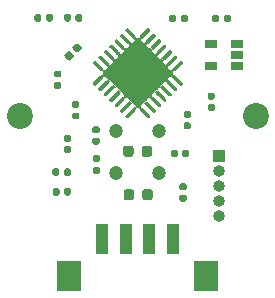
<source format=gbr>
G04 #@! TF.GenerationSoftware,KiCad,Pcbnew,5.1.9*
G04 #@! TF.CreationDate,2021-04-01T11:10:47+02:00*
G04 #@! TF.ProjectId,Y11025HL,59313130-3235-4484-9c2e-6b696361645f,rev?*
G04 #@! TF.SameCoordinates,Original*
G04 #@! TF.FileFunction,Soldermask,Top*
G04 #@! TF.FilePolarity,Negative*
%FSLAX45Y45*%
G04 Gerber Fmt 4.5, Leading zero omitted, Abs format (unit mm)*
G04 Created by KiCad (PCBNEW 5.1.9) date 2021-04-01 11:10:47*
%MOMM*%
%LPD*%
G01*
G04 APERTURE LIST*
%ADD10R,0.998220X2.499360*%
%ADD11R,1.998980X2.499360*%
%ADD12C,1.200000*%
%ADD13R,1.000000X1.000000*%
%ADD14O,1.000000X1.000000*%
%ADD15R,1.060000X0.650000*%
%ADD16C,2.200000*%
%ADD17C,0.100000*%
G04 APERTURE END LIST*
D10*
X10299974Y-10740000D03*
X10099822Y-10740000D03*
X9900178Y-10740000D03*
X9700026Y-10740000D03*
D11*
X10579882Y-11052166D03*
X9420118Y-11052166D03*
G36*
G01*
X10284043Y-9352178D02*
X10018878Y-9617343D01*
G75*
G02*
X9983522Y-9617343I-17678J17678D01*
G01*
X9718357Y-9352178D01*
G75*
G02*
X9718357Y-9316822I17678J17678D01*
G01*
X9983522Y-9051657D01*
G75*
G02*
X10018878Y-9051657I17678J-17678D01*
G01*
X10284043Y-9316822D01*
G75*
G02*
X10284043Y-9352178I-17678J-17678D01*
G01*
G37*
G36*
G01*
X10105498Y-9703963D02*
X10094892Y-9714570D01*
G75*
G02*
X10084285Y-9714570I-5303J5303D01*
G01*
X10022413Y-9652698D01*
G75*
G02*
X10022413Y-9642092I5303J5303D01*
G01*
X10033020Y-9631485D01*
G75*
G02*
X10043626Y-9631485I5303J-5303D01*
G01*
X10105498Y-9693357D01*
G75*
G02*
X10105498Y-9703963I-5303J-5303D01*
G01*
G37*
G36*
G01*
X10151460Y-9658001D02*
X10140854Y-9668608D01*
G75*
G02*
X10130247Y-9668608I-5303J5303D01*
G01*
X10068375Y-9606736D01*
G75*
G02*
X10068375Y-9596130I5303J5303D01*
G01*
X10078982Y-9585523D01*
G75*
G02*
X10089588Y-9585523I5303J-5303D01*
G01*
X10151460Y-9647395D01*
G75*
G02*
X10151460Y-9658001I-5303J-5303D01*
G01*
G37*
G36*
G01*
X10197422Y-9612039D02*
X10186816Y-9622646D01*
G75*
G02*
X10176209Y-9622646I-5303J5303D01*
G01*
X10114337Y-9560774D01*
G75*
G02*
X10114337Y-9550168I5303J5303D01*
G01*
X10124944Y-9539561D01*
G75*
G02*
X10135550Y-9539561I5303J-5303D01*
G01*
X10197422Y-9601433D01*
G75*
G02*
X10197422Y-9612039I-5303J-5303D01*
G01*
G37*
G36*
G01*
X10243384Y-9566077D02*
X10232777Y-9576684D01*
G75*
G02*
X10222171Y-9576684I-5303J5303D01*
G01*
X10160299Y-9514812D01*
G75*
G02*
X10160299Y-9504206I5303J5303D01*
G01*
X10170906Y-9493599D01*
G75*
G02*
X10181512Y-9493599I5303J-5303D01*
G01*
X10243384Y-9555471D01*
G75*
G02*
X10243384Y-9566077I-5303J-5303D01*
G01*
G37*
G36*
G01*
X10289346Y-9520116D02*
X10278739Y-9530722D01*
G75*
G02*
X10268133Y-9530722I-5303J5303D01*
G01*
X10206261Y-9468850D01*
G75*
G02*
X10206261Y-9458244I5303J5303D01*
G01*
X10216868Y-9447637D01*
G75*
G02*
X10227474Y-9447637I5303J-5303D01*
G01*
X10289346Y-9509509D01*
G75*
G02*
X10289346Y-9520116I-5303J-5303D01*
G01*
G37*
G36*
G01*
X10335308Y-9474154D02*
X10324701Y-9484760D01*
G75*
G02*
X10314095Y-9484760I-5303J5303D01*
G01*
X10252223Y-9422888D01*
G75*
G02*
X10252223Y-9412282I5303J5303D01*
G01*
X10262830Y-9401675D01*
G75*
G02*
X10273436Y-9401675I5303J-5303D01*
G01*
X10335308Y-9463547D01*
G75*
G02*
X10335308Y-9474154I-5303J-5303D01*
G01*
G37*
G36*
G01*
X10381270Y-9428192D02*
X10370663Y-9438798D01*
G75*
G02*
X10360057Y-9438798I-5303J5303D01*
G01*
X10298185Y-9376926D01*
G75*
G02*
X10298185Y-9366320I5303J5303D01*
G01*
X10308792Y-9355713D01*
G75*
G02*
X10319398Y-9355713I5303J-5303D01*
G01*
X10381270Y-9417585D01*
G75*
G02*
X10381270Y-9428192I-5303J-5303D01*
G01*
G37*
G36*
G01*
X10381270Y-9251415D02*
X10319398Y-9313287D01*
G75*
G02*
X10308792Y-9313287I-5303J5303D01*
G01*
X10298185Y-9302680D01*
G75*
G02*
X10298185Y-9292074I5303J5303D01*
G01*
X10360057Y-9230202D01*
G75*
G02*
X10370663Y-9230202I5303J-5303D01*
G01*
X10381270Y-9240808D01*
G75*
G02*
X10381270Y-9251415I-5303J-5303D01*
G01*
G37*
G36*
G01*
X10335308Y-9205453D02*
X10273436Y-9267325D01*
G75*
G02*
X10262830Y-9267325I-5303J5303D01*
G01*
X10252223Y-9256718D01*
G75*
G02*
X10252223Y-9246112I5303J5303D01*
G01*
X10314095Y-9184240D01*
G75*
G02*
X10324701Y-9184240I5303J-5303D01*
G01*
X10335308Y-9194846D01*
G75*
G02*
X10335308Y-9205453I-5303J-5303D01*
G01*
G37*
G36*
G01*
X10289346Y-9159491D02*
X10227474Y-9221363D01*
G75*
G02*
X10216868Y-9221363I-5303J5303D01*
G01*
X10206261Y-9210756D01*
G75*
G02*
X10206261Y-9200150I5303J5303D01*
G01*
X10268133Y-9138278D01*
G75*
G02*
X10278739Y-9138278I5303J-5303D01*
G01*
X10289346Y-9148885D01*
G75*
G02*
X10289346Y-9159491I-5303J-5303D01*
G01*
G37*
G36*
G01*
X10243384Y-9113529D02*
X10181512Y-9175401D01*
G75*
G02*
X10170906Y-9175401I-5303J5303D01*
G01*
X10160299Y-9164794D01*
G75*
G02*
X10160299Y-9154188I5303J5303D01*
G01*
X10222171Y-9092316D01*
G75*
G02*
X10232777Y-9092316I5303J-5303D01*
G01*
X10243384Y-9102923D01*
G75*
G02*
X10243384Y-9113529I-5303J-5303D01*
G01*
G37*
G36*
G01*
X10197422Y-9067567D02*
X10135550Y-9129439D01*
G75*
G02*
X10124944Y-9129439I-5303J5303D01*
G01*
X10114337Y-9118832D01*
G75*
G02*
X10114337Y-9108226I5303J5303D01*
G01*
X10176209Y-9046354D01*
G75*
G02*
X10186816Y-9046354I5303J-5303D01*
G01*
X10197422Y-9056961D01*
G75*
G02*
X10197422Y-9067567I-5303J-5303D01*
G01*
G37*
G36*
G01*
X10151460Y-9021605D02*
X10089588Y-9083477D01*
G75*
G02*
X10078982Y-9083477I-5303J5303D01*
G01*
X10068375Y-9072871D01*
G75*
G02*
X10068375Y-9062264I5303J5303D01*
G01*
X10130247Y-9000392D01*
G75*
G02*
X10140854Y-9000392I5303J-5303D01*
G01*
X10151460Y-9010999D01*
G75*
G02*
X10151460Y-9021605I-5303J-5303D01*
G01*
G37*
G36*
G01*
X10105498Y-8975643D02*
X10043626Y-9037515D01*
G75*
G02*
X10033020Y-9037515I-5303J5303D01*
G01*
X10022413Y-9026909D01*
G75*
G02*
X10022413Y-9016302I5303J5303D01*
G01*
X10084285Y-8954430D01*
G75*
G02*
X10094892Y-8954430I5303J-5303D01*
G01*
X10105498Y-8965037D01*
G75*
G02*
X10105498Y-8975643I-5303J-5303D01*
G01*
G37*
G36*
G01*
X9979987Y-9026909D02*
X9969380Y-9037515D01*
G75*
G02*
X9958774Y-9037515I-5303J5303D01*
G01*
X9896902Y-8975643D01*
G75*
G02*
X9896902Y-8965037I5303J5303D01*
G01*
X9907508Y-8954430D01*
G75*
G02*
X9918115Y-8954430I5303J-5303D01*
G01*
X9979987Y-9016302D01*
G75*
G02*
X9979987Y-9026909I-5303J-5303D01*
G01*
G37*
G36*
G01*
X9934025Y-9072871D02*
X9923418Y-9083477D01*
G75*
G02*
X9912812Y-9083477I-5303J5303D01*
G01*
X9850940Y-9021605D01*
G75*
G02*
X9850940Y-9010999I5303J5303D01*
G01*
X9861546Y-9000392D01*
G75*
G02*
X9872153Y-9000392I5303J-5303D01*
G01*
X9934025Y-9062264D01*
G75*
G02*
X9934025Y-9072871I-5303J-5303D01*
G01*
G37*
G36*
G01*
X9888063Y-9118832D02*
X9877456Y-9129439D01*
G75*
G02*
X9866850Y-9129439I-5303J5303D01*
G01*
X9804978Y-9067567D01*
G75*
G02*
X9804978Y-9056961I5303J5303D01*
G01*
X9815585Y-9046354D01*
G75*
G02*
X9826191Y-9046354I5303J-5303D01*
G01*
X9888063Y-9108226D01*
G75*
G02*
X9888063Y-9118832I-5303J-5303D01*
G01*
G37*
G36*
G01*
X9842101Y-9164794D02*
X9831494Y-9175401D01*
G75*
G02*
X9820888Y-9175401I-5303J5303D01*
G01*
X9759016Y-9113529D01*
G75*
G02*
X9759016Y-9102923I5303J5303D01*
G01*
X9769623Y-9092316D01*
G75*
G02*
X9780229Y-9092316I5303J-5303D01*
G01*
X9842101Y-9154188D01*
G75*
G02*
X9842101Y-9164794I-5303J-5303D01*
G01*
G37*
G36*
G01*
X9796139Y-9210756D02*
X9785532Y-9221363D01*
G75*
G02*
X9774926Y-9221363I-5303J5303D01*
G01*
X9713054Y-9159491D01*
G75*
G02*
X9713054Y-9148885I5303J5303D01*
G01*
X9723661Y-9138278D01*
G75*
G02*
X9734267Y-9138278I5303J-5303D01*
G01*
X9796139Y-9200150D01*
G75*
G02*
X9796139Y-9210756I-5303J-5303D01*
G01*
G37*
G36*
G01*
X9750177Y-9256718D02*
X9739571Y-9267325D01*
G75*
G02*
X9728964Y-9267325I-5303J5303D01*
G01*
X9667092Y-9205453D01*
G75*
G02*
X9667092Y-9194846I5303J5303D01*
G01*
X9677699Y-9184240D01*
G75*
G02*
X9688305Y-9184240I5303J-5303D01*
G01*
X9750177Y-9246112D01*
G75*
G02*
X9750177Y-9256718I-5303J-5303D01*
G01*
G37*
G36*
G01*
X9704215Y-9302680D02*
X9693609Y-9313287D01*
G75*
G02*
X9683002Y-9313287I-5303J5303D01*
G01*
X9621130Y-9251415D01*
G75*
G02*
X9621130Y-9240808I5303J5303D01*
G01*
X9631737Y-9230202D01*
G75*
G02*
X9642343Y-9230202I5303J-5303D01*
G01*
X9704215Y-9292074D01*
G75*
G02*
X9704215Y-9302680I-5303J-5303D01*
G01*
G37*
G36*
G01*
X9704215Y-9376926D02*
X9642343Y-9438798D01*
G75*
G02*
X9631737Y-9438798I-5303J5303D01*
G01*
X9621130Y-9428192D01*
G75*
G02*
X9621130Y-9417585I5303J5303D01*
G01*
X9683002Y-9355713D01*
G75*
G02*
X9693609Y-9355713I5303J-5303D01*
G01*
X9704215Y-9366320D01*
G75*
G02*
X9704215Y-9376926I-5303J-5303D01*
G01*
G37*
G36*
G01*
X9750177Y-9422888D02*
X9688305Y-9484760D01*
G75*
G02*
X9677699Y-9484760I-5303J5303D01*
G01*
X9667092Y-9474154D01*
G75*
G02*
X9667092Y-9463547I5303J5303D01*
G01*
X9728964Y-9401675D01*
G75*
G02*
X9739571Y-9401675I5303J-5303D01*
G01*
X9750177Y-9412282D01*
G75*
G02*
X9750177Y-9422888I-5303J-5303D01*
G01*
G37*
G36*
G01*
X9796139Y-9468850D02*
X9734267Y-9530722D01*
G75*
G02*
X9723661Y-9530722I-5303J5303D01*
G01*
X9713054Y-9520116D01*
G75*
G02*
X9713054Y-9509509I5303J5303D01*
G01*
X9774926Y-9447637D01*
G75*
G02*
X9785532Y-9447637I5303J-5303D01*
G01*
X9796139Y-9458244D01*
G75*
G02*
X9796139Y-9468850I-5303J-5303D01*
G01*
G37*
G36*
G01*
X9842101Y-9514812D02*
X9780229Y-9576684D01*
G75*
G02*
X9769623Y-9576684I-5303J5303D01*
G01*
X9759016Y-9566077D01*
G75*
G02*
X9759016Y-9555471I5303J5303D01*
G01*
X9820888Y-9493599D01*
G75*
G02*
X9831494Y-9493599I5303J-5303D01*
G01*
X9842101Y-9504206D01*
G75*
G02*
X9842101Y-9514812I-5303J-5303D01*
G01*
G37*
G36*
G01*
X9888063Y-9560774D02*
X9826191Y-9622646D01*
G75*
G02*
X9815585Y-9622646I-5303J5303D01*
G01*
X9804978Y-9612039D01*
G75*
G02*
X9804978Y-9601433I5303J5303D01*
G01*
X9866850Y-9539561D01*
G75*
G02*
X9877456Y-9539561I5303J-5303D01*
G01*
X9888063Y-9550168D01*
G75*
G02*
X9888063Y-9560774I-5303J-5303D01*
G01*
G37*
G36*
G01*
X9934025Y-9606736D02*
X9872153Y-9668608D01*
G75*
G02*
X9861546Y-9668608I-5303J5303D01*
G01*
X9850940Y-9658001D01*
G75*
G02*
X9850940Y-9647395I5303J5303D01*
G01*
X9912812Y-9585523D01*
G75*
G02*
X9923418Y-9585523I5303J-5303D01*
G01*
X9934025Y-9596130D01*
G75*
G02*
X9934025Y-9606736I-5303J-5303D01*
G01*
G37*
G36*
G01*
X9979987Y-9652698D02*
X9918115Y-9714570D01*
G75*
G02*
X9907508Y-9714570I-5303J5303D01*
G01*
X9896902Y-9703963D01*
G75*
G02*
X9896902Y-9693357I5303J5303D01*
G01*
X9958774Y-9631485D01*
G75*
G02*
X9969380Y-9631485I5303J-5303D01*
G01*
X9979987Y-9642092D01*
G75*
G02*
X9979987Y-9652698I-5303J-5303D01*
G01*
G37*
D12*
X9820395Y-10179605D03*
X10179605Y-10179605D03*
X10179605Y-9820395D03*
X9820395Y-9820395D03*
G36*
G01*
X9339050Y-9370350D02*
X9304550Y-9370350D01*
G75*
G02*
X9289800Y-9355600I0J14750D01*
G01*
X9289800Y-9326100D01*
G75*
G02*
X9304550Y-9311350I14750J0D01*
G01*
X9339050Y-9311350D01*
G75*
G02*
X9353800Y-9326100I0J-14750D01*
G01*
X9353800Y-9355600D01*
G75*
G02*
X9339050Y-9370350I-14750J0D01*
G01*
G37*
G36*
G01*
X9339050Y-9467350D02*
X9304550Y-9467350D01*
G75*
G02*
X9289800Y-9452600I0J14750D01*
G01*
X9289800Y-9423100D01*
G75*
G02*
X9304550Y-9408350I14750J0D01*
G01*
X9339050Y-9408350D01*
G75*
G02*
X9353800Y-9423100I0J-14750D01*
G01*
X9353800Y-9452600D01*
G75*
G02*
X9339050Y-9467350I-14750J0D01*
G01*
G37*
G36*
G01*
X9409653Y-9220242D02*
X9385258Y-9195847D01*
G75*
G02*
X9385258Y-9174987I10430J10430D01*
G01*
X9406118Y-9154128D01*
G75*
G02*
X9426977Y-9154128I10430J-10430D01*
G01*
X9451373Y-9178523D01*
G75*
G02*
X9451373Y-9199382I-10430J-10430D01*
G01*
X9430513Y-9220242D01*
G75*
G02*
X9409653Y-9220242I-10430J10430D01*
G01*
G37*
G36*
G01*
X9478243Y-9151653D02*
X9453848Y-9127257D01*
G75*
G02*
X9453848Y-9106398I10430J10430D01*
G01*
X9474707Y-9085538D01*
G75*
G02*
X9495567Y-9085538I10430J-10430D01*
G01*
X9519962Y-9109933D01*
G75*
G02*
X9519962Y-9130793I-10430J-10430D01*
G01*
X9499102Y-9151653D01*
G75*
G02*
X9478243Y-9151653I-10430J10430D01*
G01*
G37*
G36*
G01*
X9435600Y-10320550D02*
X9435600Y-10355050D01*
G75*
G02*
X9420850Y-10369800I-14750J0D01*
G01*
X9391350Y-10369800D01*
G75*
G02*
X9376600Y-10355050I0J14750D01*
G01*
X9376600Y-10320550D01*
G75*
G02*
X9391350Y-10305800I14750J0D01*
G01*
X9420850Y-10305800D01*
G75*
G02*
X9435600Y-10320550I0J-14750D01*
G01*
G37*
G36*
G01*
X9338600Y-10320550D02*
X9338600Y-10355050D01*
G75*
G02*
X9323850Y-10369800I-14750J0D01*
G01*
X9294350Y-10369800D01*
G75*
G02*
X9279600Y-10355050I0J14750D01*
G01*
X9279600Y-10320550D01*
G75*
G02*
X9294350Y-10305800I14750J0D01*
G01*
X9323850Y-10305800D01*
G75*
G02*
X9338600Y-10320550I0J-14750D01*
G01*
G37*
G36*
G01*
X9664170Y-9841280D02*
X9629670Y-9841280D01*
G75*
G02*
X9614920Y-9826530I0J14750D01*
G01*
X9614920Y-9797030D01*
G75*
G02*
X9629670Y-9782280I14750J0D01*
G01*
X9664170Y-9782280D01*
G75*
G02*
X9678920Y-9797030I0J-14750D01*
G01*
X9678920Y-9826530D01*
G75*
G02*
X9664170Y-9841280I-14750J0D01*
G01*
G37*
G36*
G01*
X9664170Y-9938280D02*
X9629670Y-9938280D01*
G75*
G02*
X9614920Y-9923530I0J14750D01*
G01*
X9614920Y-9894030D01*
G75*
G02*
X9629670Y-9879280I14750J0D01*
G01*
X9664170Y-9879280D01*
G75*
G02*
X9678920Y-9894030I0J-14750D01*
G01*
X9678920Y-9923530D01*
G75*
G02*
X9664170Y-9938280I-14750J0D01*
G01*
G37*
G36*
G01*
X9336850Y-10155450D02*
X9336850Y-10189950D01*
G75*
G02*
X9322100Y-10204700I-14750J0D01*
G01*
X9292600Y-10204700D01*
G75*
G02*
X9277850Y-10189950I0J14750D01*
G01*
X9277850Y-10155450D01*
G75*
G02*
X9292600Y-10140700I14750J0D01*
G01*
X9322100Y-10140700D01*
G75*
G02*
X9336850Y-10155450I0J-14750D01*
G01*
G37*
G36*
G01*
X9433850Y-10155450D02*
X9433850Y-10189950D01*
G75*
G02*
X9419100Y-10204700I-14750J0D01*
G01*
X9389600Y-10204700D01*
G75*
G02*
X9374850Y-10189950I0J14750D01*
G01*
X9374850Y-10155450D01*
G75*
G02*
X9389600Y-10140700I14750J0D01*
G01*
X9419100Y-10140700D01*
G75*
G02*
X9433850Y-10155450I0J-14750D01*
G01*
G37*
G36*
G01*
X9421600Y-10011700D02*
X9387100Y-10011700D01*
G75*
G02*
X9372350Y-9996950I0J14750D01*
G01*
X9372350Y-9967450D01*
G75*
G02*
X9387100Y-9952700I14750J0D01*
G01*
X9421600Y-9952700D01*
G75*
G02*
X9436350Y-9967450I0J-14750D01*
G01*
X9436350Y-9996950D01*
G75*
G02*
X9421600Y-10011700I-14750J0D01*
G01*
G37*
G36*
G01*
X9421600Y-9914700D02*
X9387100Y-9914700D01*
G75*
G02*
X9372350Y-9899950I0J14750D01*
G01*
X9372350Y-9870450D01*
G75*
G02*
X9387100Y-9855700I14750J0D01*
G01*
X9421600Y-9855700D01*
G75*
G02*
X9436350Y-9870450I0J-14750D01*
G01*
X9436350Y-9899950D01*
G75*
G02*
X9421600Y-9914700I-14750J0D01*
G01*
G37*
G36*
G01*
X10268400Y-8888200D02*
X10268400Y-8853700D01*
G75*
G02*
X10283150Y-8838950I14750J0D01*
G01*
X10312650Y-8838950D01*
G75*
G02*
X10327400Y-8853700I0J-14750D01*
G01*
X10327400Y-8888200D01*
G75*
G02*
X10312650Y-8902950I-14750J0D01*
G01*
X10283150Y-8902950D01*
G75*
G02*
X10268400Y-8888200I0J14750D01*
G01*
G37*
G36*
G01*
X10365400Y-8888200D02*
X10365400Y-8853700D01*
G75*
G02*
X10380150Y-8838950I14750J0D01*
G01*
X10409650Y-8838950D01*
G75*
G02*
X10424400Y-8853700I0J-14750D01*
G01*
X10424400Y-8888200D01*
G75*
G02*
X10409650Y-8902950I-14750J0D01*
G01*
X10380150Y-8902950D01*
G75*
G02*
X10365400Y-8888200I0J14750D01*
G01*
G37*
G36*
G01*
X10630400Y-8888200D02*
X10630400Y-8853700D01*
G75*
G02*
X10645150Y-8838950I14750J0D01*
G01*
X10674650Y-8838950D01*
G75*
G02*
X10689400Y-8853700I0J-14750D01*
G01*
X10689400Y-8888200D01*
G75*
G02*
X10674650Y-8902950I-14750J0D01*
G01*
X10645150Y-8902950D01*
G75*
G02*
X10630400Y-8888200I0J14750D01*
G01*
G37*
G36*
G01*
X10727400Y-8888200D02*
X10727400Y-8853700D01*
G75*
G02*
X10742150Y-8838950I14750J0D01*
G01*
X10771650Y-8838950D01*
G75*
G02*
X10786400Y-8853700I0J-14750D01*
G01*
X10786400Y-8888200D01*
G75*
G02*
X10771650Y-8902950I-14750J0D01*
G01*
X10742150Y-8902950D01*
G75*
G02*
X10727400Y-8888200I0J14750D01*
G01*
G37*
G36*
G01*
X10403150Y-9751250D02*
X10437650Y-9751250D01*
G75*
G02*
X10452400Y-9766000I0J-14750D01*
G01*
X10452400Y-9795500D01*
G75*
G02*
X10437650Y-9810250I-14750J0D01*
G01*
X10403150Y-9810250D01*
G75*
G02*
X10388400Y-9795500I0J14750D01*
G01*
X10388400Y-9766000D01*
G75*
G02*
X10403150Y-9751250I14750J0D01*
G01*
G37*
G36*
G01*
X10403150Y-9654250D02*
X10437650Y-9654250D01*
G75*
G02*
X10452400Y-9669000I0J-14750D01*
G01*
X10452400Y-9698500D01*
G75*
G02*
X10437650Y-9713250I-14750J0D01*
G01*
X10403150Y-9713250D01*
G75*
G02*
X10388400Y-9698500I0J14750D01*
G01*
X10388400Y-9669000D01*
G75*
G02*
X10403150Y-9654250I14750J0D01*
G01*
G37*
G36*
G01*
X9125450Y-8881850D02*
X9125450Y-8847350D01*
G75*
G02*
X9140200Y-8832600I14750J0D01*
G01*
X9169700Y-8832600D01*
G75*
G02*
X9184450Y-8847350I0J-14750D01*
G01*
X9184450Y-8881850D01*
G75*
G02*
X9169700Y-8896600I-14750J0D01*
G01*
X9140200Y-8896600D01*
G75*
G02*
X9125450Y-8881850I0J14750D01*
G01*
G37*
G36*
G01*
X9222450Y-8881850D02*
X9222450Y-8847350D01*
G75*
G02*
X9237200Y-8832600I14750J0D01*
G01*
X9266700Y-8832600D01*
G75*
G02*
X9281450Y-8847350I0J-14750D01*
G01*
X9281450Y-8881850D01*
G75*
G02*
X9266700Y-8896600I-14750J0D01*
G01*
X9237200Y-8896600D01*
G75*
G02*
X9222450Y-8881850I0J14750D01*
G01*
G37*
G36*
G01*
X10040000Y-10388825D02*
X10040000Y-10337575D01*
G75*
G02*
X10061875Y-10315700I21875J0D01*
G01*
X10105625Y-10315700D01*
G75*
G02*
X10127500Y-10337575I0J-21875D01*
G01*
X10127500Y-10388825D01*
G75*
G02*
X10105625Y-10410700I-21875J0D01*
G01*
X10061875Y-10410700D01*
G75*
G02*
X10040000Y-10388825I0J21875D01*
G01*
G37*
G36*
G01*
X9882500Y-10388825D02*
X9882500Y-10337575D01*
G75*
G02*
X9904375Y-10315700I21875J0D01*
G01*
X9948125Y-10315700D01*
G75*
G02*
X9970000Y-10337575I0J-21875D01*
G01*
X9970000Y-10388825D01*
G75*
G02*
X9948125Y-10410700I-21875J0D01*
G01*
X9904375Y-10410700D01*
G75*
G02*
X9882500Y-10388825I0J21875D01*
G01*
G37*
G36*
G01*
X9877480Y-10020525D02*
X9877480Y-9969275D01*
G75*
G02*
X9899355Y-9947400I21875J0D01*
G01*
X9943105Y-9947400D01*
G75*
G02*
X9964980Y-9969275I0J-21875D01*
G01*
X9964980Y-10020525D01*
G75*
G02*
X9943105Y-10042400I-21875J0D01*
G01*
X9899355Y-10042400D01*
G75*
G02*
X9877480Y-10020525I0J21875D01*
G01*
G37*
G36*
G01*
X10034980Y-10020525D02*
X10034980Y-9969275D01*
G75*
G02*
X10056855Y-9947400I21875J0D01*
G01*
X10100605Y-9947400D01*
G75*
G02*
X10122480Y-9969275I0J-21875D01*
G01*
X10122480Y-10020525D01*
G75*
G02*
X10100605Y-10042400I-21875J0D01*
G01*
X10056855Y-10042400D01*
G75*
G02*
X10034980Y-10020525I0J21875D01*
G01*
G37*
D13*
X10687000Y-10033000D03*
D14*
X10687000Y-10160000D03*
X10687000Y-10287000D03*
X10687000Y-10414000D03*
X10687000Y-10541000D03*
G36*
G01*
X10640850Y-9556800D02*
X10606350Y-9556800D01*
G75*
G02*
X10591600Y-9542050I0J14750D01*
G01*
X10591600Y-9512550D01*
G75*
G02*
X10606350Y-9497800I14750J0D01*
G01*
X10640850Y-9497800D01*
G75*
G02*
X10655600Y-9512550I0J-14750D01*
G01*
X10655600Y-9542050D01*
G75*
G02*
X10640850Y-9556800I-14750J0D01*
G01*
G37*
G36*
G01*
X10640850Y-9653800D02*
X10606350Y-9653800D01*
G75*
G02*
X10591600Y-9639050I0J14750D01*
G01*
X10591600Y-9609550D01*
G75*
G02*
X10606350Y-9594800I14750J0D01*
G01*
X10640850Y-9594800D01*
G75*
G02*
X10655600Y-9609550I0J-14750D01*
G01*
X10655600Y-9639050D01*
G75*
G02*
X10640850Y-9653800I-14750J0D01*
G01*
G37*
G36*
G01*
X9491450Y-9725950D02*
X9456950Y-9725950D01*
G75*
G02*
X9442200Y-9711200I0J14750D01*
G01*
X9442200Y-9681700D01*
G75*
G02*
X9456950Y-9666950I14750J0D01*
G01*
X9491450Y-9666950D01*
G75*
G02*
X9506200Y-9681700I0J-14750D01*
G01*
X9506200Y-9711200D01*
G75*
G02*
X9491450Y-9725950I-14750J0D01*
G01*
G37*
G36*
G01*
X9491450Y-9628950D02*
X9456950Y-9628950D01*
G75*
G02*
X9442200Y-9614200I0J14750D01*
G01*
X9442200Y-9584700D01*
G75*
G02*
X9456950Y-9569950I14750J0D01*
G01*
X9491450Y-9569950D01*
G75*
G02*
X9506200Y-9584700I0J-14750D01*
G01*
X9506200Y-9614200D01*
G75*
G02*
X9491450Y-9628950I-14750J0D01*
G01*
G37*
G36*
G01*
X9471850Y-8881850D02*
X9471850Y-8847350D01*
G75*
G02*
X9486600Y-8832600I14750J0D01*
G01*
X9516100Y-8832600D01*
G75*
G02*
X9530850Y-8847350I0J-14750D01*
G01*
X9530850Y-8881850D01*
G75*
G02*
X9516100Y-8896600I-14750J0D01*
G01*
X9486600Y-8896600D01*
G75*
G02*
X9471850Y-8881850I0J14750D01*
G01*
G37*
G36*
G01*
X9374850Y-8881850D02*
X9374850Y-8847350D01*
G75*
G02*
X9389600Y-8832600I14750J0D01*
G01*
X9419100Y-8832600D01*
G75*
G02*
X9433850Y-8847350I0J-14750D01*
G01*
X9433850Y-8881850D01*
G75*
G02*
X9419100Y-8896600I-14750J0D01*
G01*
X9389600Y-8896600D01*
G75*
G02*
X9374850Y-8881850I0J14750D01*
G01*
G37*
G36*
G01*
X9634750Y-10125700D02*
X9669250Y-10125700D01*
G75*
G02*
X9684000Y-10140450I0J-14750D01*
G01*
X9684000Y-10169950D01*
G75*
G02*
X9669250Y-10184700I-14750J0D01*
G01*
X9634750Y-10184700D01*
G75*
G02*
X9620000Y-10169950I0J14750D01*
G01*
X9620000Y-10140450D01*
G75*
G02*
X9634750Y-10125700I14750J0D01*
G01*
G37*
G36*
G01*
X9634750Y-10028700D02*
X9669250Y-10028700D01*
G75*
G02*
X9684000Y-10043450I0J-14750D01*
G01*
X9684000Y-10072950D01*
G75*
G02*
X9669250Y-10087700I-14750J0D01*
G01*
X9634750Y-10087700D01*
G75*
G02*
X9620000Y-10072950I0J14750D01*
G01*
X9620000Y-10043450D01*
G75*
G02*
X9634750Y-10028700I14750J0D01*
G01*
G37*
G36*
G01*
X10399450Y-10422200D02*
X10364950Y-10422200D01*
G75*
G02*
X10350200Y-10407450I0J14750D01*
G01*
X10350200Y-10377950D01*
G75*
G02*
X10364950Y-10363200I14750J0D01*
G01*
X10399450Y-10363200D01*
G75*
G02*
X10414200Y-10377950I0J-14750D01*
G01*
X10414200Y-10407450D01*
G75*
G02*
X10399450Y-10422200I-14750J0D01*
G01*
G37*
G36*
G01*
X10399450Y-10325200D02*
X10364950Y-10325200D01*
G75*
G02*
X10350200Y-10310450I0J14750D01*
G01*
X10350200Y-10280950D01*
G75*
G02*
X10364950Y-10266200I14750J0D01*
G01*
X10399450Y-10266200D01*
G75*
G02*
X10414200Y-10280950I0J-14750D01*
G01*
X10414200Y-10310450D01*
G75*
G02*
X10399450Y-10325200I-14750J0D01*
G01*
G37*
G36*
G01*
X10437200Y-9996750D02*
X10437200Y-10031250D01*
G75*
G02*
X10422450Y-10046000I-14750J0D01*
G01*
X10392950Y-10046000D01*
G75*
G02*
X10378200Y-10031250I0J14750D01*
G01*
X10378200Y-9996750D01*
G75*
G02*
X10392950Y-9982000I14750J0D01*
G01*
X10422450Y-9982000D01*
G75*
G02*
X10437200Y-9996750I0J-14750D01*
G01*
G37*
G36*
G01*
X10340200Y-9996750D02*
X10340200Y-10031250D01*
G75*
G02*
X10325450Y-10046000I-14750J0D01*
G01*
X10295950Y-10046000D01*
G75*
G02*
X10281200Y-10031250I0J14750D01*
G01*
X10281200Y-9996750D01*
G75*
G02*
X10295950Y-9982000I14750J0D01*
G01*
X10325450Y-9982000D01*
G75*
G02*
X10340200Y-9996750I0J-14750D01*
G01*
G37*
D15*
X10841500Y-9277100D03*
X10841500Y-9182100D03*
X10841500Y-9087100D03*
X10621500Y-9087100D03*
X10621500Y-9277100D03*
D16*
X9000000Y-9700000D03*
X11000000Y-9700000D03*
D17*
G36*
X9971805Y-9605343D02*
G01*
X9983656Y-9617194D01*
X9987422Y-9620285D01*
X9991710Y-9622576D01*
X9996362Y-9623988D01*
X10001200Y-9624464D01*
X10006038Y-9623988D01*
X10010690Y-9622576D01*
X10014978Y-9620285D01*
X10018744Y-9617194D01*
X10030595Y-9605343D01*
X10030788Y-9605291D01*
X10030929Y-9605433D01*
X10030891Y-9605611D01*
X10029349Y-9607490D01*
X10028213Y-9609616D01*
X10027513Y-9611924D01*
X10027276Y-9614323D01*
X10027513Y-9616722D01*
X10028213Y-9619029D01*
X10029349Y-9621156D01*
X10030879Y-9623019D01*
X10032742Y-9624549D01*
X10034864Y-9625683D01*
X10038384Y-9626565D01*
X10038575Y-9626584D01*
X10038613Y-9626591D01*
X10038836Y-9626659D01*
X10038873Y-9626674D01*
X10039078Y-9626784D01*
X10039111Y-9626806D01*
X10039768Y-9627345D01*
X10039782Y-9627358D01*
X10043767Y-9631343D01*
X10043819Y-9631536D01*
X10043678Y-9631678D01*
X10043499Y-9631639D01*
X10042378Y-9630719D01*
X10041116Y-9630045D01*
X10039747Y-9629629D01*
X10038323Y-9629489D01*
X10036899Y-9629629D01*
X10035530Y-9630045D01*
X10034268Y-9630719D01*
X10033154Y-9631634D01*
X10022562Y-9642226D01*
X10021648Y-9643340D01*
X10020973Y-9644602D01*
X10020558Y-9645971D01*
X10020417Y-9647395D01*
X10020558Y-9648819D01*
X10020973Y-9650188D01*
X10021648Y-9651450D01*
X10022567Y-9652571D01*
X10022600Y-9652768D01*
X10022445Y-9652895D01*
X10022271Y-9652839D01*
X10018286Y-9648854D01*
X10018273Y-9648839D01*
X10017734Y-9648182D01*
X10017712Y-9648150D01*
X10017602Y-9647944D01*
X10017587Y-9647908D01*
X10017520Y-9647685D01*
X10017512Y-9647647D01*
X10017489Y-9647414D01*
X10017489Y-9647375D01*
X10017512Y-9647143D01*
X10017520Y-9647104D01*
X10017611Y-9646805D01*
X10017617Y-9646786D01*
X10018486Y-9644688D01*
X10018957Y-9642323D01*
X10018957Y-9639913D01*
X10018486Y-9637548D01*
X10017564Y-9635320D01*
X10016224Y-9633316D01*
X10014520Y-9631611D01*
X10012515Y-9630271D01*
X10010287Y-9629349D01*
X10007922Y-9628878D01*
X10005512Y-9628878D01*
X10004811Y-9629017D01*
X10004792Y-9629020D01*
X10001220Y-9629372D01*
X10001180Y-9629372D01*
X9997609Y-9629020D01*
X9997589Y-9629018D01*
X9996889Y-9628878D01*
X9994478Y-9628878D01*
X9992113Y-9629349D01*
X9989886Y-9630271D01*
X9987881Y-9631610D01*
X9986176Y-9633315D01*
X9984837Y-9635320D01*
X9983914Y-9637547D01*
X9983443Y-9639912D01*
X9983443Y-9642323D01*
X9983914Y-9644688D01*
X9984783Y-9646786D01*
X9984790Y-9646805D01*
X9984881Y-9647104D01*
X9984888Y-9647143D01*
X9984911Y-9647375D01*
X9984911Y-9647414D01*
X9984888Y-9647647D01*
X9984881Y-9647685D01*
X9984813Y-9647908D01*
X9984798Y-9647944D01*
X9984688Y-9648150D01*
X9984666Y-9648182D01*
X9984127Y-9648839D01*
X9984114Y-9648854D01*
X9980129Y-9652839D01*
X9979936Y-9652891D01*
X9979794Y-9652749D01*
X9979833Y-9652571D01*
X9980752Y-9651450D01*
X9981427Y-9650188D01*
X9981842Y-9648819D01*
X9981983Y-9647395D01*
X9981842Y-9645971D01*
X9981427Y-9644602D01*
X9980752Y-9643340D01*
X9979838Y-9642226D01*
X9969246Y-9631634D01*
X9968132Y-9630719D01*
X9966870Y-9630045D01*
X9965501Y-9629629D01*
X9964077Y-9629489D01*
X9962653Y-9629629D01*
X9961284Y-9630045D01*
X9960022Y-9630719D01*
X9958901Y-9631639D01*
X9958704Y-9631672D01*
X9958577Y-9631517D01*
X9958633Y-9631343D01*
X9962618Y-9627358D01*
X9962633Y-9627345D01*
X9963289Y-9626806D01*
X9963322Y-9626784D01*
X9963528Y-9626674D01*
X9963564Y-9626659D01*
X9963787Y-9626591D01*
X9963825Y-9626584D01*
X9964020Y-9626564D01*
X9966395Y-9626092D01*
X9968623Y-9625169D01*
X9970627Y-9623830D01*
X9972332Y-9622125D01*
X9973672Y-9620120D01*
X9974594Y-9617893D01*
X9975065Y-9615528D01*
X9975065Y-9613117D01*
X9974594Y-9610752D01*
X9973673Y-9608529D01*
X9971503Y-9605603D01*
X9971480Y-9605405D01*
X9971641Y-9605286D01*
X9971805Y-9605343D01*
G37*
G36*
X10076891Y-9559471D02*
G01*
X10076853Y-9559649D01*
X10075311Y-9561528D01*
X10074175Y-9563654D01*
X10073475Y-9565962D01*
X10073238Y-9568361D01*
X10073475Y-9570760D01*
X10074175Y-9573067D01*
X10075311Y-9575194D01*
X10076841Y-9577057D01*
X10078704Y-9578587D01*
X10080826Y-9579721D01*
X10084346Y-9580603D01*
X10084537Y-9580622D01*
X10084575Y-9580629D01*
X10084798Y-9580697D01*
X10084835Y-9580712D01*
X10085040Y-9580822D01*
X10085073Y-9580844D01*
X10085730Y-9581383D01*
X10085744Y-9581396D01*
X10089729Y-9585381D01*
X10089781Y-9585574D01*
X10089640Y-9585716D01*
X10089461Y-9585677D01*
X10088340Y-9584757D01*
X10087078Y-9584083D01*
X10085709Y-9583667D01*
X10084285Y-9583527D01*
X10082861Y-9583667D01*
X10081492Y-9584083D01*
X10080230Y-9584757D01*
X10079116Y-9585672D01*
X10068524Y-9596264D01*
X10067610Y-9597378D01*
X10066935Y-9598640D01*
X10066520Y-9600009D01*
X10066379Y-9601433D01*
X10066520Y-9602857D01*
X10066935Y-9604226D01*
X10067610Y-9605488D01*
X10068529Y-9606609D01*
X10068562Y-9606806D01*
X10068407Y-9606933D01*
X10068233Y-9606877D01*
X10064248Y-9602892D01*
X10064235Y-9602877D01*
X10063696Y-9602220D01*
X10063674Y-9602188D01*
X10063564Y-9601982D01*
X10063549Y-9601946D01*
X10063482Y-9601723D01*
X10063474Y-9601685D01*
X10063455Y-9601490D01*
X10062982Y-9599114D01*
X10062060Y-9596887D01*
X10060720Y-9594882D01*
X10059015Y-9593178D01*
X10057011Y-9591838D01*
X10054783Y-9590916D01*
X10052418Y-9590445D01*
X10050008Y-9590445D01*
X10047643Y-9590916D01*
X10045420Y-9591836D01*
X10042494Y-9594006D01*
X10042295Y-9594029D01*
X10042176Y-9593869D01*
X10042233Y-9593704D01*
X10076557Y-9559381D01*
X10076750Y-9559329D01*
X10076891Y-9559471D01*
G37*
G36*
X9925843Y-9559381D02*
G01*
X9960167Y-9593704D01*
X9960218Y-9593897D01*
X9960077Y-9594039D01*
X9959898Y-9594000D01*
X9958020Y-9592459D01*
X9955894Y-9591322D01*
X9953586Y-9590622D01*
X9951187Y-9590386D01*
X9948788Y-9590622D01*
X9946480Y-9591322D01*
X9944354Y-9592459D01*
X9942490Y-9593988D01*
X9940961Y-9595852D01*
X9939827Y-9597974D01*
X9938945Y-9601494D01*
X9938926Y-9601685D01*
X9938918Y-9601723D01*
X9938851Y-9601946D01*
X9938836Y-9601982D01*
X9938726Y-9602188D01*
X9938704Y-9602220D01*
X9938165Y-9602877D01*
X9938152Y-9602892D01*
X9934167Y-9606877D01*
X9933974Y-9606929D01*
X9933832Y-9606787D01*
X9933871Y-9606609D01*
X9934790Y-9605488D01*
X9935465Y-9604226D01*
X9935880Y-9602857D01*
X9936021Y-9601433D01*
X9935880Y-9600009D01*
X9935465Y-9598640D01*
X9934790Y-9597378D01*
X9933876Y-9596264D01*
X9923284Y-9585672D01*
X9922170Y-9584757D01*
X9920908Y-9584083D01*
X9919539Y-9583667D01*
X9918115Y-9583527D01*
X9916691Y-9583667D01*
X9915322Y-9584083D01*
X9914060Y-9584757D01*
X9912939Y-9585677D01*
X9912742Y-9585710D01*
X9912615Y-9585555D01*
X9912671Y-9585381D01*
X9916656Y-9581396D01*
X9916671Y-9581383D01*
X9917327Y-9580844D01*
X9917360Y-9580822D01*
X9917566Y-9580712D01*
X9917602Y-9580697D01*
X9917825Y-9580629D01*
X9917863Y-9580622D01*
X9918058Y-9580602D01*
X9920433Y-9580130D01*
X9922661Y-9579207D01*
X9924665Y-9577868D01*
X9926370Y-9576163D01*
X9927710Y-9574158D01*
X9928632Y-9571931D01*
X9929103Y-9569566D01*
X9929103Y-9567155D01*
X9928632Y-9564790D01*
X9927711Y-9562567D01*
X9925541Y-9559641D01*
X9925518Y-9559443D01*
X9925679Y-9559324D01*
X9925843Y-9559381D01*
G37*
G36*
X10122853Y-9513509D02*
G01*
X10122814Y-9513688D01*
X10121273Y-9515566D01*
X10120136Y-9517692D01*
X10119436Y-9520000D01*
X10119200Y-9522399D01*
X10119436Y-9524798D01*
X10120136Y-9527105D01*
X10121273Y-9529232D01*
X10122802Y-9531096D01*
X10124666Y-9532625D01*
X10126788Y-9533759D01*
X10130308Y-9534641D01*
X10130499Y-9534660D01*
X10130537Y-9534667D01*
X10130760Y-9534735D01*
X10130796Y-9534750D01*
X10131002Y-9534860D01*
X10131035Y-9534882D01*
X10131691Y-9535421D01*
X10131706Y-9535434D01*
X10135691Y-9539419D01*
X10135743Y-9539612D01*
X10135602Y-9539754D01*
X10135423Y-9539715D01*
X10134302Y-9538795D01*
X10133040Y-9538121D01*
X10131671Y-9537705D01*
X10130247Y-9537565D01*
X10128823Y-9537705D01*
X10127454Y-9538121D01*
X10126192Y-9538795D01*
X10125078Y-9539710D01*
X10114486Y-9550302D01*
X10113572Y-9551416D01*
X10112897Y-9552678D01*
X10112482Y-9554047D01*
X10112341Y-9555471D01*
X10112482Y-9556895D01*
X10112897Y-9558264D01*
X10113572Y-9559526D01*
X10114491Y-9560647D01*
X10114524Y-9560844D01*
X10114369Y-9560971D01*
X10114195Y-9560915D01*
X10110210Y-9556930D01*
X10110197Y-9556915D01*
X10109658Y-9556258D01*
X10109636Y-9556226D01*
X10109526Y-9556020D01*
X10109511Y-9555984D01*
X10109444Y-9555761D01*
X10109436Y-9555723D01*
X10109417Y-9555528D01*
X10108944Y-9553153D01*
X10108022Y-9550925D01*
X10106682Y-9548920D01*
X10104977Y-9547216D01*
X10102973Y-9545876D01*
X10100745Y-9544954D01*
X10098380Y-9544483D01*
X10095969Y-9544483D01*
X10093604Y-9544954D01*
X10091382Y-9545875D01*
X10088456Y-9548045D01*
X10088257Y-9548067D01*
X10088138Y-9547907D01*
X10088195Y-9547743D01*
X10122518Y-9513419D01*
X10122712Y-9513367D01*
X10122853Y-9513509D01*
G37*
G36*
X9879881Y-9513419D02*
G01*
X9914205Y-9547742D01*
X9914257Y-9547936D01*
X9914115Y-9548077D01*
X9913936Y-9548038D01*
X9912058Y-9546497D01*
X9909932Y-9545360D01*
X9907624Y-9544660D01*
X9905225Y-9544424D01*
X9902826Y-9544660D01*
X9900519Y-9545360D01*
X9898392Y-9546497D01*
X9896528Y-9548026D01*
X9894999Y-9549890D01*
X9893865Y-9552012D01*
X9892983Y-9555532D01*
X9892964Y-9555723D01*
X9892957Y-9555761D01*
X9892889Y-9555984D01*
X9892874Y-9556020D01*
X9892764Y-9556226D01*
X9892742Y-9556258D01*
X9892203Y-9556915D01*
X9892190Y-9556930D01*
X9888205Y-9560915D01*
X9888012Y-9560967D01*
X9887870Y-9560825D01*
X9887909Y-9560647D01*
X9888829Y-9559526D01*
X9889503Y-9558264D01*
X9889919Y-9556895D01*
X9890059Y-9555471D01*
X9889919Y-9554047D01*
X9889503Y-9552678D01*
X9888829Y-9551416D01*
X9887914Y-9550302D01*
X9877322Y-9539710D01*
X9876208Y-9538795D01*
X9874946Y-9538121D01*
X9873577Y-9537705D01*
X9872153Y-9537565D01*
X9870729Y-9537705D01*
X9869360Y-9538121D01*
X9868098Y-9538795D01*
X9866977Y-9539715D01*
X9866780Y-9539748D01*
X9866653Y-9539593D01*
X9866709Y-9539419D01*
X9870694Y-9535434D01*
X9870709Y-9535421D01*
X9871366Y-9534882D01*
X9871398Y-9534860D01*
X9871604Y-9534750D01*
X9871640Y-9534735D01*
X9871863Y-9534667D01*
X9871901Y-9534660D01*
X9872096Y-9534641D01*
X9874471Y-9534168D01*
X9876699Y-9533245D01*
X9878704Y-9531906D01*
X9880408Y-9530201D01*
X9881748Y-9528196D01*
X9882670Y-9525969D01*
X9883141Y-9523604D01*
X9883141Y-9521193D01*
X9882670Y-9518828D01*
X9881749Y-9516605D01*
X9879579Y-9513680D01*
X9879557Y-9513481D01*
X9879717Y-9513362D01*
X9879881Y-9513419D01*
G37*
G36*
X10168815Y-9467547D02*
G01*
X10168776Y-9467726D01*
X10167235Y-9469604D01*
X10166098Y-9471730D01*
X10165398Y-9474038D01*
X10165162Y-9476437D01*
X10165398Y-9478836D01*
X10166098Y-9481143D01*
X10167235Y-9483270D01*
X10168764Y-9485134D01*
X10170628Y-9486663D01*
X10172750Y-9487797D01*
X10176270Y-9488679D01*
X10176461Y-9488698D01*
X10176499Y-9488705D01*
X10176722Y-9488773D01*
X10176758Y-9488788D01*
X10176964Y-9488898D01*
X10176996Y-9488920D01*
X10177653Y-9489459D01*
X10177668Y-9489472D01*
X10181653Y-9493457D01*
X10181705Y-9493650D01*
X10181563Y-9493792D01*
X10181385Y-9493753D01*
X10180264Y-9492833D01*
X10179002Y-9492159D01*
X10177633Y-9491743D01*
X10176209Y-9491603D01*
X10174785Y-9491743D01*
X10173416Y-9492159D01*
X10172154Y-9492833D01*
X10171040Y-9493748D01*
X10160448Y-9504340D01*
X10159533Y-9505454D01*
X10158859Y-9506716D01*
X10158443Y-9508085D01*
X10158303Y-9509509D01*
X10158443Y-9510933D01*
X10158859Y-9512302D01*
X10159533Y-9513564D01*
X10160453Y-9514685D01*
X10160486Y-9514882D01*
X10160331Y-9515009D01*
X10160157Y-9514953D01*
X10156172Y-9510968D01*
X10156159Y-9510953D01*
X10155620Y-9510296D01*
X10155598Y-9510264D01*
X10155488Y-9510058D01*
X10155473Y-9510022D01*
X10155405Y-9509799D01*
X10155398Y-9509761D01*
X10155379Y-9509566D01*
X10154906Y-9507191D01*
X10153983Y-9504963D01*
X10152644Y-9502959D01*
X10150939Y-9501254D01*
X10148934Y-9499914D01*
X10146707Y-9498992D01*
X10144342Y-9498521D01*
X10141931Y-9498521D01*
X10139566Y-9498992D01*
X10137343Y-9499913D01*
X10134418Y-9502083D01*
X10134219Y-9502106D01*
X10134100Y-9501945D01*
X10134157Y-9501781D01*
X10168480Y-9467457D01*
X10168674Y-9467405D01*
X10168815Y-9467547D01*
G37*
G36*
X9833919Y-9467457D02*
G01*
X9868243Y-9501780D01*
X9868295Y-9501974D01*
X9868153Y-9502115D01*
X9867975Y-9502076D01*
X9866096Y-9500535D01*
X9863970Y-9499398D01*
X9861662Y-9498698D01*
X9859263Y-9498462D01*
X9856864Y-9498698D01*
X9854557Y-9499398D01*
X9852430Y-9500535D01*
X9850567Y-9502064D01*
X9849037Y-9503928D01*
X9847903Y-9506050D01*
X9847021Y-9509570D01*
X9847002Y-9509761D01*
X9846995Y-9509799D01*
X9846927Y-9510022D01*
X9846912Y-9510058D01*
X9846802Y-9510264D01*
X9846780Y-9510296D01*
X9846241Y-9510953D01*
X9846228Y-9510968D01*
X9842243Y-9514953D01*
X9842050Y-9515005D01*
X9841908Y-9514863D01*
X9841947Y-9514685D01*
X9842867Y-9513564D01*
X9843541Y-9512302D01*
X9843957Y-9510933D01*
X9844097Y-9509509D01*
X9843957Y-9508085D01*
X9843541Y-9506716D01*
X9842867Y-9505454D01*
X9841952Y-9504340D01*
X9831360Y-9493748D01*
X9830246Y-9492833D01*
X9828984Y-9492159D01*
X9827615Y-9491743D01*
X9826191Y-9491603D01*
X9824767Y-9491743D01*
X9823398Y-9492159D01*
X9822136Y-9492833D01*
X9821015Y-9493753D01*
X9820818Y-9493786D01*
X9820691Y-9493631D01*
X9820747Y-9493457D01*
X9824732Y-9489472D01*
X9824747Y-9489459D01*
X9825404Y-9488920D01*
X9825436Y-9488898D01*
X9825642Y-9488788D01*
X9825678Y-9488773D01*
X9825901Y-9488705D01*
X9825939Y-9488698D01*
X9826134Y-9488679D01*
X9828510Y-9488206D01*
X9830737Y-9487283D01*
X9832742Y-9485944D01*
X9834446Y-9484239D01*
X9835786Y-9482234D01*
X9836708Y-9480007D01*
X9837179Y-9477642D01*
X9837179Y-9475231D01*
X9836708Y-9472866D01*
X9835787Y-9470643D01*
X9833617Y-9467718D01*
X9833595Y-9467519D01*
X9833755Y-9467400D01*
X9833919Y-9467457D01*
G37*
G36*
X10214777Y-9421585D02*
G01*
X10214738Y-9421764D01*
X10213197Y-9423642D01*
X10212060Y-9425768D01*
X10211360Y-9428076D01*
X10211124Y-9430475D01*
X10211360Y-9432874D01*
X10212060Y-9435182D01*
X10213197Y-9437308D01*
X10214726Y-9439172D01*
X10216590Y-9440701D01*
X10218712Y-9441835D01*
X10222232Y-9442717D01*
X10222423Y-9442736D01*
X10222461Y-9442744D01*
X10222684Y-9442811D01*
X10222720Y-9442826D01*
X10222926Y-9442936D01*
X10222958Y-9442958D01*
X10223615Y-9443497D01*
X10223630Y-9443510D01*
X10227615Y-9447495D01*
X10227667Y-9447688D01*
X10227525Y-9447830D01*
X10227347Y-9447791D01*
X10226226Y-9446872D01*
X10224964Y-9446197D01*
X10223595Y-9445782D01*
X10222171Y-9445641D01*
X10220747Y-9445782D01*
X10219378Y-9446197D01*
X10218116Y-9446872D01*
X10217002Y-9447786D01*
X10206410Y-9458378D01*
X10205495Y-9459492D01*
X10204821Y-9460754D01*
X10204405Y-9462123D01*
X10204265Y-9463547D01*
X10204405Y-9464971D01*
X10204821Y-9466340D01*
X10205495Y-9467602D01*
X10206415Y-9468723D01*
X10206448Y-9468920D01*
X10206293Y-9469047D01*
X10206119Y-9468991D01*
X10202134Y-9465006D01*
X10202121Y-9464991D01*
X10201582Y-9464335D01*
X10201560Y-9464302D01*
X10201450Y-9464096D01*
X10201435Y-9464060D01*
X10201367Y-9463837D01*
X10201360Y-9463799D01*
X10201341Y-9463604D01*
X10200868Y-9461229D01*
X10199945Y-9459001D01*
X10198606Y-9456997D01*
X10196901Y-9455292D01*
X10194896Y-9453952D01*
X10192669Y-9453030D01*
X10190304Y-9452559D01*
X10187893Y-9452559D01*
X10185528Y-9453030D01*
X10183305Y-9453951D01*
X10180380Y-9456121D01*
X10180181Y-9456144D01*
X10180062Y-9455983D01*
X10180119Y-9455819D01*
X10214442Y-9421495D01*
X10214636Y-9421444D01*
X10214777Y-9421585D01*
G37*
G36*
X9787958Y-9421495D02*
G01*
X9822281Y-9455818D01*
X9822333Y-9456012D01*
X9822191Y-9456153D01*
X9822013Y-9456114D01*
X9820134Y-9454573D01*
X9818008Y-9453436D01*
X9815700Y-9452736D01*
X9813301Y-9452500D01*
X9810902Y-9452736D01*
X9808595Y-9453436D01*
X9806468Y-9454573D01*
X9804605Y-9456102D01*
X9803075Y-9457966D01*
X9801941Y-9460088D01*
X9801059Y-9463608D01*
X9801040Y-9463799D01*
X9801033Y-9463837D01*
X9800965Y-9464060D01*
X9800950Y-9464096D01*
X9800840Y-9464302D01*
X9800818Y-9464335D01*
X9800279Y-9464991D01*
X9800266Y-9465006D01*
X9796281Y-9468991D01*
X9796088Y-9469043D01*
X9795946Y-9468902D01*
X9795985Y-9468723D01*
X9796905Y-9467602D01*
X9797579Y-9466340D01*
X9797995Y-9464971D01*
X9798135Y-9463547D01*
X9797995Y-9462123D01*
X9797579Y-9460754D01*
X9796905Y-9459492D01*
X9795990Y-9458378D01*
X9785398Y-9447786D01*
X9784284Y-9446872D01*
X9783022Y-9446197D01*
X9781653Y-9445782D01*
X9780229Y-9445641D01*
X9778805Y-9445782D01*
X9777436Y-9446197D01*
X9776174Y-9446872D01*
X9775053Y-9447791D01*
X9774856Y-9447824D01*
X9774729Y-9447669D01*
X9774785Y-9447495D01*
X9778770Y-9443510D01*
X9778785Y-9443497D01*
X9779442Y-9442958D01*
X9779474Y-9442936D01*
X9779680Y-9442826D01*
X9779716Y-9442811D01*
X9779939Y-9442744D01*
X9779977Y-9442736D01*
X9780172Y-9442717D01*
X9782548Y-9442244D01*
X9784775Y-9441322D01*
X9786780Y-9439982D01*
X9788484Y-9438277D01*
X9789824Y-9436273D01*
X9790746Y-9434045D01*
X9791217Y-9431680D01*
X9791217Y-9429269D01*
X9790746Y-9426904D01*
X9789826Y-9424682D01*
X9787656Y-9421756D01*
X9787633Y-9421557D01*
X9787793Y-9421438D01*
X9787958Y-9421495D01*
G37*
G36*
X10260739Y-9375623D02*
G01*
X10260700Y-9375802D01*
X10259159Y-9377680D01*
X10258022Y-9379806D01*
X10257322Y-9382114D01*
X10257086Y-9384513D01*
X10257322Y-9386912D01*
X10258022Y-9389220D01*
X10259159Y-9391346D01*
X10260688Y-9393210D01*
X10262552Y-9394739D01*
X10264674Y-9395873D01*
X10268194Y-9396755D01*
X10268385Y-9396774D01*
X10268423Y-9396782D01*
X10268646Y-9396849D01*
X10268682Y-9396864D01*
X10268888Y-9396974D01*
X10268920Y-9396996D01*
X10269577Y-9397535D01*
X10269592Y-9397548D01*
X10273577Y-9401533D01*
X10273629Y-9401727D01*
X10273487Y-9401868D01*
X10273309Y-9401829D01*
X10272188Y-9400910D01*
X10270926Y-9400235D01*
X10269557Y-9399820D01*
X10268133Y-9399679D01*
X10266709Y-9399820D01*
X10265340Y-9400235D01*
X10264078Y-9400910D01*
X10262964Y-9401824D01*
X10252372Y-9412416D01*
X10251457Y-9413530D01*
X10250783Y-9414792D01*
X10250367Y-9416161D01*
X10250227Y-9417585D01*
X10250367Y-9419009D01*
X10250783Y-9420378D01*
X10251457Y-9421640D01*
X10252377Y-9422761D01*
X10252410Y-9422958D01*
X10252255Y-9423085D01*
X10252081Y-9423029D01*
X10248096Y-9419044D01*
X10248083Y-9419030D01*
X10247544Y-9418373D01*
X10247522Y-9418340D01*
X10247412Y-9418135D01*
X10247397Y-9418098D01*
X10247329Y-9417875D01*
X10247322Y-9417837D01*
X10247302Y-9417642D01*
X10246830Y-9415267D01*
X10245907Y-9413039D01*
X10244568Y-9411035D01*
X10242863Y-9409330D01*
X10240858Y-9407991D01*
X10238631Y-9407068D01*
X10236266Y-9406598D01*
X10233855Y-9406598D01*
X10231490Y-9407068D01*
X10229267Y-9407989D01*
X10226341Y-9410159D01*
X10226143Y-9410182D01*
X10226024Y-9410021D01*
X10226081Y-9409857D01*
X10260404Y-9375533D01*
X10260597Y-9375482D01*
X10260739Y-9375623D01*
G37*
G36*
X9741996Y-9375533D02*
G01*
X9776319Y-9409857D01*
X9776371Y-9410050D01*
X9776229Y-9410191D01*
X9776051Y-9410153D01*
X9774172Y-9408611D01*
X9772046Y-9407475D01*
X9769738Y-9406775D01*
X9767339Y-9406538D01*
X9764940Y-9406775D01*
X9762633Y-9407475D01*
X9760506Y-9408611D01*
X9758643Y-9410141D01*
X9757113Y-9412004D01*
X9755979Y-9414126D01*
X9755097Y-9417646D01*
X9755078Y-9417837D01*
X9755071Y-9417875D01*
X9755003Y-9418098D01*
X9754988Y-9418135D01*
X9754878Y-9418340D01*
X9754857Y-9418373D01*
X9754317Y-9419030D01*
X9754304Y-9419044D01*
X9750319Y-9423029D01*
X9750126Y-9423081D01*
X9749984Y-9422940D01*
X9750023Y-9422761D01*
X9750943Y-9421640D01*
X9751617Y-9420378D01*
X9752033Y-9419009D01*
X9752173Y-9417585D01*
X9752033Y-9416161D01*
X9751617Y-9414792D01*
X9750943Y-9413530D01*
X9750028Y-9412416D01*
X9739436Y-9401824D01*
X9738322Y-9400910D01*
X9737060Y-9400235D01*
X9735691Y-9399820D01*
X9734267Y-9399679D01*
X9732844Y-9399820D01*
X9731474Y-9400235D01*
X9730212Y-9400910D01*
X9729091Y-9401829D01*
X9728894Y-9401862D01*
X9728767Y-9401707D01*
X9728823Y-9401533D01*
X9732808Y-9397548D01*
X9732823Y-9397535D01*
X9733480Y-9396996D01*
X9733512Y-9396974D01*
X9733718Y-9396864D01*
X9733754Y-9396849D01*
X9733977Y-9396782D01*
X9734015Y-9396774D01*
X9734210Y-9396755D01*
X9736586Y-9396282D01*
X9738813Y-9395360D01*
X9740818Y-9394020D01*
X9742522Y-9392315D01*
X9743862Y-9390311D01*
X9744784Y-9388083D01*
X9745255Y-9385718D01*
X9745255Y-9383308D01*
X9744784Y-9380943D01*
X9743864Y-9378720D01*
X9741694Y-9375794D01*
X9741671Y-9375595D01*
X9741831Y-9375476D01*
X9741996Y-9375533D01*
G37*
G36*
X10298378Y-9292022D02*
G01*
X10298339Y-9292201D01*
X10297419Y-9293322D01*
X10296745Y-9294584D01*
X10296329Y-9295953D01*
X10296189Y-9297377D01*
X10296329Y-9298801D01*
X10296745Y-9300170D01*
X10297419Y-9301432D01*
X10298334Y-9302546D01*
X10308926Y-9313138D01*
X10310040Y-9314052D01*
X10311302Y-9314727D01*
X10312671Y-9315142D01*
X10314095Y-9315283D01*
X10315519Y-9315142D01*
X10316888Y-9314727D01*
X10318150Y-9314052D01*
X10319271Y-9313133D01*
X10319468Y-9313100D01*
X10319595Y-9313255D01*
X10319539Y-9313429D01*
X10315554Y-9317414D01*
X10315539Y-9317427D01*
X10314882Y-9317966D01*
X10314850Y-9317988D01*
X10314644Y-9318098D01*
X10314608Y-9318113D01*
X10314385Y-9318181D01*
X10314347Y-9318188D01*
X10314114Y-9318211D01*
X10314075Y-9318211D01*
X10313843Y-9318188D01*
X10313804Y-9318181D01*
X10313505Y-9318090D01*
X10313486Y-9318083D01*
X10311388Y-9317214D01*
X10309023Y-9316743D01*
X10306613Y-9316743D01*
X10304248Y-9317214D01*
X10302020Y-9318136D01*
X10300016Y-9319476D01*
X10298311Y-9321181D01*
X10296971Y-9323185D01*
X10296049Y-9325413D01*
X10295578Y-9327778D01*
X10295578Y-9330188D01*
X10295717Y-9330889D01*
X10295720Y-9330908D01*
X10296072Y-9334480D01*
X10296072Y-9334520D01*
X10295720Y-9338091D01*
X10295718Y-9338111D01*
X10295578Y-9338811D01*
X10295578Y-9341222D01*
X10296049Y-9343587D01*
X10296971Y-9345814D01*
X10298310Y-9347819D01*
X10300015Y-9349524D01*
X10302020Y-9350863D01*
X10304247Y-9351786D01*
X10306612Y-9352257D01*
X10309023Y-9352257D01*
X10311388Y-9351786D01*
X10313486Y-9350917D01*
X10313505Y-9350911D01*
X10313804Y-9350820D01*
X10313843Y-9350812D01*
X10314075Y-9350789D01*
X10314114Y-9350789D01*
X10314347Y-9350812D01*
X10314385Y-9350820D01*
X10314608Y-9350887D01*
X10314644Y-9350902D01*
X10314850Y-9351012D01*
X10314882Y-9351034D01*
X10315539Y-9351573D01*
X10315554Y-9351586D01*
X10319539Y-9355571D01*
X10319591Y-9355765D01*
X10319449Y-9355906D01*
X10319271Y-9355867D01*
X10318150Y-9354948D01*
X10316888Y-9354273D01*
X10315519Y-9353858D01*
X10314095Y-9353717D01*
X10312671Y-9353858D01*
X10311302Y-9354273D01*
X10310040Y-9354948D01*
X10308926Y-9355862D01*
X10298334Y-9366454D01*
X10297419Y-9367568D01*
X10296745Y-9368830D01*
X10296329Y-9370199D01*
X10296189Y-9371623D01*
X10296329Y-9373047D01*
X10296745Y-9374416D01*
X10297419Y-9375678D01*
X10298339Y-9376799D01*
X10298372Y-9376996D01*
X10298217Y-9377123D01*
X10298043Y-9377067D01*
X10294058Y-9373082D01*
X10294045Y-9373068D01*
X10293506Y-9372411D01*
X10293484Y-9372378D01*
X10293374Y-9372173D01*
X10293359Y-9372136D01*
X10293291Y-9371913D01*
X10293284Y-9371875D01*
X10293264Y-9371680D01*
X10292792Y-9369305D01*
X10291869Y-9367077D01*
X10290530Y-9365073D01*
X10288825Y-9363368D01*
X10286820Y-9362029D01*
X10284593Y-9361106D01*
X10282228Y-9360636D01*
X10279817Y-9360636D01*
X10277452Y-9361106D01*
X10275229Y-9362027D01*
X10272303Y-9364197D01*
X10272105Y-9364220D01*
X10271986Y-9364059D01*
X10272043Y-9363895D01*
X10283894Y-9352044D01*
X10286985Y-9348278D01*
X10289276Y-9343990D01*
X10290688Y-9339338D01*
X10291164Y-9334500D01*
X10290688Y-9329662D01*
X10289276Y-9325010D01*
X10286985Y-9320722D01*
X10283894Y-9316956D01*
X10272043Y-9305106D01*
X10271991Y-9304912D01*
X10272133Y-9304771D01*
X10272311Y-9304810D01*
X10274190Y-9306351D01*
X10276316Y-9307488D01*
X10278624Y-9308188D01*
X10281023Y-9308424D01*
X10283422Y-9308188D01*
X10285729Y-9307488D01*
X10287856Y-9306351D01*
X10289719Y-9304822D01*
X10291249Y-9302958D01*
X10292383Y-9300836D01*
X10293265Y-9297316D01*
X10293284Y-9297125D01*
X10293291Y-9297087D01*
X10293359Y-9296864D01*
X10293374Y-9296828D01*
X10293484Y-9296622D01*
X10293506Y-9296589D01*
X10294045Y-9295933D01*
X10294058Y-9295918D01*
X10298043Y-9291933D01*
X10298236Y-9291881D01*
X10298378Y-9292022D01*
G37*
G36*
X9704357Y-9291933D02*
G01*
X9708342Y-9295918D01*
X9708355Y-9295933D01*
X9708895Y-9296589D01*
X9708916Y-9296622D01*
X9709026Y-9296828D01*
X9709041Y-9296864D01*
X9709109Y-9297087D01*
X9709116Y-9297125D01*
X9709136Y-9297320D01*
X9709608Y-9299695D01*
X9710531Y-9301923D01*
X9711870Y-9303927D01*
X9713575Y-9305632D01*
X9715580Y-9306972D01*
X9717807Y-9307894D01*
X9720172Y-9308365D01*
X9722583Y-9308365D01*
X9724948Y-9307894D01*
X9727171Y-9306973D01*
X9730097Y-9304803D01*
X9730295Y-9304780D01*
X9730414Y-9304941D01*
X9730357Y-9305105D01*
X9718506Y-9316956D01*
X9715415Y-9320722D01*
X9713124Y-9325010D01*
X9711712Y-9329662D01*
X9711236Y-9334500D01*
X9711712Y-9339338D01*
X9713124Y-9343990D01*
X9715415Y-9348278D01*
X9718506Y-9352044D01*
X9730357Y-9363895D01*
X9730409Y-9364088D01*
X9730267Y-9364229D01*
X9730089Y-9364191D01*
X9728210Y-9362649D01*
X9726084Y-9361513D01*
X9723776Y-9360813D01*
X9721377Y-9360576D01*
X9718978Y-9360813D01*
X9716671Y-9361513D01*
X9714544Y-9362649D01*
X9712681Y-9364179D01*
X9711151Y-9366042D01*
X9710017Y-9368164D01*
X9709135Y-9371684D01*
X9709116Y-9371875D01*
X9709109Y-9371913D01*
X9709041Y-9372136D01*
X9709026Y-9372173D01*
X9708916Y-9372378D01*
X9708895Y-9372411D01*
X9708355Y-9373068D01*
X9708342Y-9373082D01*
X9704357Y-9377067D01*
X9704164Y-9377119D01*
X9704022Y-9376978D01*
X9704061Y-9376799D01*
X9704981Y-9375678D01*
X9705655Y-9374416D01*
X9706071Y-9373047D01*
X9706211Y-9371623D01*
X9706071Y-9370199D01*
X9705655Y-9368830D01*
X9704981Y-9367568D01*
X9704066Y-9366454D01*
X9693474Y-9355862D01*
X9692360Y-9354948D01*
X9691098Y-9354273D01*
X9689729Y-9353858D01*
X9688305Y-9353717D01*
X9686882Y-9353858D01*
X9685512Y-9354273D01*
X9684250Y-9354948D01*
X9683129Y-9355867D01*
X9682932Y-9355900D01*
X9682805Y-9355745D01*
X9682861Y-9355571D01*
X9686846Y-9351586D01*
X9686861Y-9351573D01*
X9687518Y-9351034D01*
X9687550Y-9351012D01*
X9687756Y-9350902D01*
X9687792Y-9350887D01*
X9688015Y-9350820D01*
X9688053Y-9350812D01*
X9688286Y-9350789D01*
X9688325Y-9350789D01*
X9688557Y-9350812D01*
X9688596Y-9350820D01*
X9688895Y-9350911D01*
X9688914Y-9350917D01*
X9691012Y-9351786D01*
X9693377Y-9352257D01*
X9695787Y-9352257D01*
X9698152Y-9351786D01*
X9700380Y-9350864D01*
X9702385Y-9349524D01*
X9704089Y-9347820D01*
X9705429Y-9345815D01*
X9706351Y-9343587D01*
X9706822Y-9341222D01*
X9706822Y-9338812D01*
X9706683Y-9338111D01*
X9706680Y-9338092D01*
X9706328Y-9334520D01*
X9706328Y-9334480D01*
X9706680Y-9330909D01*
X9706683Y-9330889D01*
X9706822Y-9330189D01*
X9706822Y-9327778D01*
X9706352Y-9325413D01*
X9705429Y-9323186D01*
X9704090Y-9321181D01*
X9702385Y-9319476D01*
X9700380Y-9318137D01*
X9698153Y-9317214D01*
X9695788Y-9316743D01*
X9693377Y-9316743D01*
X9691012Y-9317214D01*
X9688914Y-9318083D01*
X9688896Y-9318090D01*
X9688596Y-9318181D01*
X9688557Y-9318188D01*
X9688325Y-9318211D01*
X9688286Y-9318211D01*
X9688053Y-9318188D01*
X9688015Y-9318181D01*
X9687792Y-9318113D01*
X9687756Y-9318098D01*
X9687550Y-9317988D01*
X9687518Y-9317966D01*
X9686861Y-9317427D01*
X9686846Y-9317414D01*
X9682861Y-9313429D01*
X9682809Y-9313236D01*
X9682951Y-9313094D01*
X9683129Y-9313133D01*
X9684250Y-9314052D01*
X9685512Y-9314727D01*
X9686882Y-9315142D01*
X9688305Y-9315283D01*
X9689729Y-9315142D01*
X9691098Y-9314727D01*
X9692360Y-9314052D01*
X9693474Y-9313138D01*
X9704066Y-9302546D01*
X9704981Y-9301432D01*
X9705655Y-9300170D01*
X9706071Y-9298801D01*
X9706211Y-9297377D01*
X9706071Y-9295953D01*
X9705655Y-9294584D01*
X9704981Y-9293322D01*
X9704061Y-9292201D01*
X9704028Y-9292004D01*
X9704183Y-9291877D01*
X9704357Y-9291933D01*
G37*
G36*
X10252416Y-9246060D02*
G01*
X10252377Y-9246239D01*
X10251457Y-9247360D01*
X10250783Y-9248622D01*
X10250367Y-9249991D01*
X10250227Y-9251415D01*
X10250367Y-9252839D01*
X10250783Y-9254208D01*
X10251457Y-9255470D01*
X10252372Y-9256584D01*
X10262964Y-9267176D01*
X10264078Y-9268090D01*
X10265340Y-9268765D01*
X10266709Y-9269180D01*
X10268133Y-9269321D01*
X10269557Y-9269180D01*
X10270926Y-9268765D01*
X10272188Y-9268090D01*
X10273309Y-9267171D01*
X10273506Y-9267138D01*
X10273633Y-9267293D01*
X10273577Y-9267467D01*
X10269592Y-9271452D01*
X10269577Y-9271465D01*
X10268920Y-9272004D01*
X10268888Y-9272026D01*
X10268682Y-9272136D01*
X10268646Y-9272151D01*
X10268423Y-9272218D01*
X10268385Y-9272226D01*
X10268190Y-9272245D01*
X10265814Y-9272718D01*
X10263587Y-9273640D01*
X10261582Y-9274980D01*
X10259878Y-9276685D01*
X10258538Y-9278689D01*
X10257616Y-9280917D01*
X10257145Y-9283282D01*
X10257145Y-9285693D01*
X10257616Y-9288058D01*
X10258536Y-9290280D01*
X10260706Y-9293206D01*
X10260729Y-9293405D01*
X10260569Y-9293524D01*
X10260404Y-9293467D01*
X10226081Y-9259144D01*
X10226029Y-9258950D01*
X10226171Y-9258809D01*
X10226349Y-9258848D01*
X10228228Y-9260389D01*
X10230354Y-9261526D01*
X10232662Y-9262226D01*
X10235061Y-9262462D01*
X10237460Y-9262226D01*
X10239767Y-9261526D01*
X10241894Y-9260389D01*
X10243757Y-9258860D01*
X10245287Y-9256996D01*
X10246421Y-9254874D01*
X10247303Y-9251354D01*
X10247322Y-9251163D01*
X10247329Y-9251125D01*
X10247397Y-9250902D01*
X10247412Y-9250866D01*
X10247522Y-9250660D01*
X10247544Y-9250627D01*
X10248083Y-9249971D01*
X10248096Y-9249956D01*
X10252081Y-9245971D01*
X10252274Y-9245919D01*
X10252416Y-9246060D01*
G37*
G36*
X9750319Y-9245971D02*
G01*
X9754304Y-9249956D01*
X9754317Y-9249971D01*
X9754857Y-9250627D01*
X9754878Y-9250660D01*
X9754988Y-9250866D01*
X9755003Y-9250902D01*
X9755071Y-9251125D01*
X9755078Y-9251163D01*
X9755098Y-9251358D01*
X9755570Y-9253733D01*
X9756493Y-9255961D01*
X9757832Y-9257965D01*
X9759537Y-9259670D01*
X9761542Y-9261010D01*
X9763769Y-9261932D01*
X9766134Y-9262403D01*
X9768545Y-9262403D01*
X9770910Y-9261932D01*
X9773133Y-9261011D01*
X9776059Y-9258841D01*
X9776257Y-9258818D01*
X9776376Y-9258979D01*
X9776319Y-9259143D01*
X9741996Y-9293467D01*
X9741803Y-9293518D01*
X9741661Y-9293377D01*
X9741700Y-9293198D01*
X9743241Y-9291320D01*
X9744378Y-9289194D01*
X9745078Y-9286886D01*
X9745314Y-9284487D01*
X9745078Y-9282088D01*
X9744378Y-9279780D01*
X9743241Y-9277654D01*
X9741712Y-9275790D01*
X9739848Y-9274261D01*
X9737726Y-9273127D01*
X9734206Y-9272245D01*
X9734015Y-9272226D01*
X9733977Y-9272218D01*
X9733754Y-9272151D01*
X9733718Y-9272136D01*
X9733512Y-9272026D01*
X9733480Y-9272004D01*
X9732823Y-9271465D01*
X9732808Y-9271452D01*
X9728823Y-9267467D01*
X9728771Y-9267274D01*
X9728913Y-9267132D01*
X9729091Y-9267171D01*
X9730212Y-9268090D01*
X9731474Y-9268765D01*
X9732844Y-9269180D01*
X9734267Y-9269321D01*
X9735691Y-9269180D01*
X9737060Y-9268765D01*
X9738322Y-9268090D01*
X9739436Y-9267176D01*
X9750028Y-9256584D01*
X9750943Y-9255470D01*
X9751617Y-9254208D01*
X9752033Y-9252839D01*
X9752173Y-9251415D01*
X9752033Y-9249991D01*
X9751617Y-9248622D01*
X9750943Y-9247360D01*
X9750023Y-9246239D01*
X9749990Y-9246042D01*
X9750145Y-9245915D01*
X9750319Y-9245971D01*
G37*
G36*
X10206454Y-9200099D02*
G01*
X10206415Y-9200277D01*
X10205495Y-9201398D01*
X10204821Y-9202660D01*
X10204405Y-9204029D01*
X10204265Y-9205453D01*
X10204405Y-9206877D01*
X10204821Y-9208246D01*
X10205495Y-9209508D01*
X10206410Y-9210622D01*
X10217002Y-9221214D01*
X10218116Y-9222129D01*
X10219378Y-9222803D01*
X10220747Y-9223219D01*
X10222171Y-9223359D01*
X10223595Y-9223219D01*
X10224964Y-9222803D01*
X10226226Y-9222129D01*
X10227347Y-9221209D01*
X10227544Y-9221176D01*
X10227671Y-9221331D01*
X10227615Y-9221505D01*
X10223630Y-9225490D01*
X10223615Y-9225503D01*
X10222958Y-9226042D01*
X10222926Y-9226064D01*
X10222720Y-9226174D01*
X10222684Y-9226189D01*
X10222461Y-9226257D01*
X10222423Y-9226264D01*
X10222228Y-9226283D01*
X10219853Y-9226756D01*
X10217625Y-9227679D01*
X10215620Y-9229018D01*
X10213916Y-9230723D01*
X10212576Y-9232728D01*
X10211654Y-9234955D01*
X10211183Y-9237320D01*
X10211183Y-9239731D01*
X10211654Y-9242096D01*
X10212575Y-9244319D01*
X10214745Y-9247244D01*
X10214767Y-9247443D01*
X10214607Y-9247562D01*
X10214443Y-9247505D01*
X10180119Y-9213182D01*
X10180067Y-9212988D01*
X10180209Y-9212847D01*
X10180388Y-9212886D01*
X10182266Y-9214427D01*
X10184392Y-9215564D01*
X10186700Y-9216264D01*
X10189099Y-9216500D01*
X10191498Y-9216264D01*
X10193805Y-9215564D01*
X10195932Y-9214427D01*
X10197796Y-9212898D01*
X10199325Y-9211034D01*
X10200459Y-9208912D01*
X10201341Y-9205392D01*
X10201360Y-9205201D01*
X10201367Y-9205163D01*
X10201435Y-9204940D01*
X10201450Y-9204904D01*
X10201560Y-9204698D01*
X10201582Y-9204666D01*
X10202121Y-9204009D01*
X10202134Y-9203994D01*
X10206119Y-9200009D01*
X10206312Y-9199957D01*
X10206454Y-9200099D01*
G37*
G36*
X9796281Y-9200009D02*
G01*
X9800266Y-9203994D01*
X9800279Y-9204009D01*
X9800818Y-9204666D01*
X9800840Y-9204698D01*
X9800950Y-9204904D01*
X9800965Y-9204940D01*
X9801033Y-9205163D01*
X9801040Y-9205201D01*
X9801060Y-9205396D01*
X9801532Y-9207771D01*
X9802455Y-9209999D01*
X9803794Y-9212004D01*
X9805499Y-9213708D01*
X9807504Y-9215048D01*
X9809731Y-9215970D01*
X9812096Y-9216441D01*
X9814507Y-9216441D01*
X9816872Y-9215970D01*
X9819095Y-9215049D01*
X9822021Y-9212879D01*
X9822219Y-9212857D01*
X9822338Y-9213017D01*
X9822281Y-9213181D01*
X9787958Y-9247505D01*
X9787765Y-9247557D01*
X9787623Y-9247415D01*
X9787662Y-9247236D01*
X9789203Y-9245358D01*
X9790340Y-9243232D01*
X9791040Y-9240924D01*
X9791276Y-9238525D01*
X9791040Y-9236126D01*
X9790340Y-9233819D01*
X9789203Y-9231692D01*
X9787674Y-9229828D01*
X9785810Y-9228299D01*
X9783688Y-9227165D01*
X9780168Y-9226283D01*
X9779977Y-9226264D01*
X9779939Y-9226257D01*
X9779716Y-9226189D01*
X9779680Y-9226174D01*
X9779474Y-9226064D01*
X9779442Y-9226042D01*
X9778785Y-9225503D01*
X9778770Y-9225490D01*
X9774785Y-9221505D01*
X9774733Y-9221312D01*
X9774875Y-9221170D01*
X9775053Y-9221209D01*
X9776174Y-9222129D01*
X9777436Y-9222803D01*
X9778805Y-9223219D01*
X9780229Y-9223359D01*
X9781653Y-9223219D01*
X9783022Y-9222803D01*
X9784284Y-9222129D01*
X9785398Y-9221214D01*
X9795990Y-9210622D01*
X9796905Y-9209508D01*
X9797579Y-9208246D01*
X9797995Y-9206877D01*
X9798135Y-9205453D01*
X9797995Y-9204029D01*
X9797579Y-9202660D01*
X9796905Y-9201398D01*
X9795985Y-9200277D01*
X9795952Y-9200080D01*
X9796107Y-9199953D01*
X9796281Y-9200009D01*
G37*
G36*
X9418213Y-9147242D02*
G01*
X9418252Y-9147250D01*
X9419836Y-9147730D01*
X9419872Y-9147745D01*
X9421330Y-9148525D01*
X9421363Y-9148547D01*
X9423119Y-9149987D01*
X9423133Y-9150001D01*
X9455500Y-9182367D01*
X9455513Y-9182381D01*
X9456954Y-9184137D01*
X9456975Y-9184170D01*
X9457755Y-9185628D01*
X9457770Y-9185665D01*
X9458250Y-9187248D01*
X9458258Y-9187287D01*
X9458420Y-9188933D01*
X9458420Y-9188972D01*
X9458258Y-9190618D01*
X9458250Y-9190657D01*
X9457770Y-9192241D01*
X9457755Y-9192277D01*
X9456975Y-9193735D01*
X9456954Y-9193768D01*
X9455513Y-9195524D01*
X9455500Y-9195538D01*
X9426669Y-9224369D01*
X9426654Y-9224382D01*
X9424899Y-9225823D01*
X9424866Y-9225845D01*
X9423407Y-9226624D01*
X9423371Y-9226639D01*
X9421788Y-9227120D01*
X9421749Y-9227127D01*
X9420103Y-9227290D01*
X9420064Y-9227290D01*
X9418417Y-9227127D01*
X9418379Y-9227120D01*
X9416795Y-9226639D01*
X9416759Y-9226624D01*
X9415300Y-9225845D01*
X9415268Y-9225823D01*
X9413512Y-9224382D01*
X9413497Y-9224369D01*
X9381131Y-9192003D01*
X9381118Y-9191988D01*
X9379677Y-9190232D01*
X9379655Y-9190200D01*
X9378876Y-9188741D01*
X9378861Y-9188705D01*
X9378380Y-9187121D01*
X9378373Y-9187083D01*
X9378211Y-9185437D01*
X9378211Y-9185417D01*
X9381139Y-9185417D01*
X9381418Y-9188255D01*
X9382246Y-9190985D01*
X9383591Y-9193500D01*
X9385407Y-9195713D01*
X9409788Y-9220093D01*
X9412000Y-9221909D01*
X9414515Y-9223254D01*
X9417245Y-9224082D01*
X9420083Y-9224361D01*
X9422921Y-9224082D01*
X9425651Y-9223254D01*
X9428166Y-9221909D01*
X9430379Y-9220093D01*
X9451224Y-9199248D01*
X9453040Y-9197036D01*
X9454384Y-9194520D01*
X9455212Y-9191791D01*
X9455492Y-9188953D01*
X9455212Y-9186114D01*
X9454384Y-9183385D01*
X9453040Y-9180869D01*
X9451224Y-9178657D01*
X9426843Y-9154276D01*
X9424631Y-9152460D01*
X9422115Y-9151116D01*
X9419386Y-9150288D01*
X9416548Y-9150008D01*
X9413709Y-9150288D01*
X9410980Y-9151116D01*
X9408464Y-9152460D01*
X9406252Y-9154276D01*
X9385407Y-9175121D01*
X9383591Y-9177334D01*
X9382246Y-9179849D01*
X9381418Y-9182579D01*
X9381139Y-9185417D01*
X9378211Y-9185417D01*
X9378211Y-9185397D01*
X9378373Y-9183751D01*
X9378380Y-9183713D01*
X9378861Y-9182129D01*
X9378876Y-9182093D01*
X9379655Y-9180634D01*
X9379677Y-9180601D01*
X9381118Y-9178846D01*
X9381131Y-9178831D01*
X9409962Y-9150001D01*
X9409976Y-9149987D01*
X9411732Y-9148547D01*
X9411765Y-9148525D01*
X9413223Y-9147745D01*
X9413260Y-9147730D01*
X9414843Y-9147250D01*
X9414882Y-9147242D01*
X9416528Y-9147080D01*
X9416567Y-9147080D01*
X9418213Y-9147242D01*
G37*
G36*
X10160492Y-9154137D02*
G01*
X10160453Y-9154315D01*
X10159533Y-9155436D01*
X10158859Y-9156698D01*
X10158443Y-9158067D01*
X10158303Y-9159491D01*
X10158443Y-9160915D01*
X10158859Y-9162284D01*
X10159533Y-9163546D01*
X10160448Y-9164660D01*
X10171040Y-9175252D01*
X10172154Y-9176167D01*
X10173416Y-9176841D01*
X10174785Y-9177257D01*
X10176209Y-9177397D01*
X10177633Y-9177257D01*
X10179002Y-9176841D01*
X10180264Y-9176167D01*
X10181385Y-9175247D01*
X10181582Y-9175214D01*
X10181709Y-9175369D01*
X10181653Y-9175543D01*
X10177668Y-9179528D01*
X10177653Y-9179541D01*
X10176996Y-9180080D01*
X10176964Y-9180102D01*
X10176758Y-9180212D01*
X10176722Y-9180227D01*
X10176499Y-9180295D01*
X10176461Y-9180302D01*
X10176266Y-9180322D01*
X10173891Y-9180794D01*
X10171663Y-9181717D01*
X10169659Y-9183056D01*
X10167954Y-9184761D01*
X10166614Y-9186766D01*
X10165692Y-9188993D01*
X10165221Y-9191358D01*
X10165221Y-9193769D01*
X10165692Y-9196134D01*
X10166613Y-9198357D01*
X10168783Y-9201283D01*
X10168806Y-9201481D01*
X10168645Y-9201600D01*
X10168481Y-9201543D01*
X10134157Y-9167220D01*
X10134105Y-9167026D01*
X10134247Y-9166885D01*
X10134426Y-9166924D01*
X10136304Y-9168465D01*
X10138430Y-9169602D01*
X10140738Y-9170302D01*
X10143137Y-9170538D01*
X10145536Y-9170302D01*
X10147843Y-9169602D01*
X10149970Y-9168465D01*
X10151834Y-9166936D01*
X10153363Y-9165072D01*
X10154497Y-9162950D01*
X10155379Y-9159430D01*
X10155398Y-9159239D01*
X10155405Y-9159201D01*
X10155473Y-9158978D01*
X10155488Y-9158942D01*
X10155598Y-9158736D01*
X10155620Y-9158704D01*
X10156159Y-9158047D01*
X10156172Y-9158032D01*
X10160157Y-9154047D01*
X10160350Y-9153995D01*
X10160492Y-9154137D01*
G37*
G36*
X9842243Y-9154047D02*
G01*
X9846228Y-9158032D01*
X9846241Y-9158047D01*
X9846780Y-9158704D01*
X9846802Y-9158736D01*
X9846912Y-9158942D01*
X9846927Y-9158978D01*
X9846995Y-9159201D01*
X9847002Y-9159239D01*
X9847022Y-9159434D01*
X9847494Y-9161810D01*
X9848417Y-9164037D01*
X9849756Y-9166042D01*
X9851461Y-9167746D01*
X9853466Y-9169086D01*
X9855693Y-9170008D01*
X9858058Y-9170479D01*
X9860469Y-9170479D01*
X9862834Y-9170008D01*
X9865057Y-9169087D01*
X9867983Y-9166917D01*
X9868181Y-9166895D01*
X9868300Y-9167055D01*
X9868243Y-9167219D01*
X9833920Y-9201543D01*
X9833726Y-9201595D01*
X9833585Y-9201453D01*
X9833624Y-9201275D01*
X9835165Y-9199396D01*
X9836302Y-9197270D01*
X9837002Y-9194962D01*
X9837238Y-9192563D01*
X9837002Y-9190164D01*
X9836302Y-9187857D01*
X9835165Y-9185730D01*
X9833636Y-9183867D01*
X9831772Y-9182337D01*
X9829650Y-9181203D01*
X9826130Y-9180321D01*
X9825939Y-9180302D01*
X9825901Y-9180295D01*
X9825678Y-9180227D01*
X9825642Y-9180212D01*
X9825436Y-9180102D01*
X9825404Y-9180080D01*
X9824747Y-9179541D01*
X9824732Y-9179528D01*
X9820747Y-9175543D01*
X9820695Y-9175350D01*
X9820837Y-9175208D01*
X9821015Y-9175247D01*
X9822136Y-9176167D01*
X9823398Y-9176841D01*
X9824767Y-9177257D01*
X9826191Y-9177397D01*
X9827615Y-9177257D01*
X9828984Y-9176841D01*
X9830246Y-9176167D01*
X9831360Y-9175252D01*
X9841952Y-9164660D01*
X9842867Y-9163546D01*
X9843541Y-9162284D01*
X9843957Y-9160915D01*
X9844097Y-9159491D01*
X9843957Y-9158067D01*
X9843541Y-9156698D01*
X9842867Y-9155436D01*
X9841947Y-9154315D01*
X9841914Y-9154118D01*
X9842069Y-9153991D01*
X9842243Y-9154047D01*
G37*
G36*
X9486803Y-9078653D02*
G01*
X9486841Y-9078660D01*
X9488425Y-9079141D01*
X9488461Y-9079156D01*
X9489920Y-9079935D01*
X9489952Y-9079957D01*
X9491708Y-9081398D01*
X9491723Y-9081411D01*
X9524089Y-9113777D01*
X9524102Y-9113792D01*
X9525543Y-9115548D01*
X9525565Y-9115580D01*
X9526344Y-9117039D01*
X9526359Y-9117075D01*
X9526840Y-9118659D01*
X9526847Y-9118697D01*
X9527010Y-9120344D01*
X9527010Y-9120383D01*
X9526847Y-9122029D01*
X9526840Y-9122068D01*
X9526359Y-9123651D01*
X9526344Y-9123687D01*
X9525565Y-9125146D01*
X9525543Y-9125179D01*
X9524102Y-9126934D01*
X9524089Y-9126949D01*
X9495258Y-9155780D01*
X9495244Y-9155793D01*
X9493488Y-9157234D01*
X9493455Y-9157255D01*
X9491997Y-9158035D01*
X9491961Y-9158050D01*
X9490377Y-9158530D01*
X9490338Y-9158538D01*
X9488692Y-9158700D01*
X9488653Y-9158700D01*
X9487007Y-9158538D01*
X9486968Y-9158530D01*
X9485385Y-9158050D01*
X9485348Y-9158035D01*
X9483890Y-9157255D01*
X9483857Y-9157234D01*
X9482101Y-9155793D01*
X9482087Y-9155780D01*
X9449721Y-9123413D01*
X9449707Y-9123399D01*
X9448267Y-9121643D01*
X9448245Y-9121610D01*
X9447465Y-9120152D01*
X9447450Y-9120116D01*
X9446970Y-9118532D01*
X9446962Y-9118493D01*
X9446800Y-9116847D01*
X9446800Y-9116828D01*
X9449728Y-9116828D01*
X9450008Y-9119666D01*
X9450836Y-9122395D01*
X9452180Y-9124911D01*
X9453996Y-9127123D01*
X9478377Y-9151504D01*
X9480589Y-9153320D01*
X9483105Y-9154664D01*
X9485834Y-9155492D01*
X9488673Y-9155772D01*
X9491511Y-9155492D01*
X9494240Y-9154664D01*
X9496756Y-9153320D01*
X9498968Y-9151504D01*
X9519813Y-9130659D01*
X9521629Y-9128446D01*
X9522974Y-9125931D01*
X9523802Y-9123201D01*
X9524081Y-9120363D01*
X9523802Y-9117525D01*
X9522974Y-9114795D01*
X9521629Y-9112280D01*
X9519813Y-9110068D01*
X9495433Y-9085687D01*
X9493220Y-9083871D01*
X9490705Y-9082526D01*
X9487975Y-9081698D01*
X9485137Y-9081419D01*
X9482299Y-9081698D01*
X9479569Y-9082526D01*
X9477054Y-9083871D01*
X9474841Y-9085687D01*
X9453996Y-9106532D01*
X9452180Y-9108744D01*
X9450836Y-9111260D01*
X9450008Y-9113989D01*
X9449728Y-9116828D01*
X9446800Y-9116828D01*
X9446800Y-9116808D01*
X9446962Y-9115162D01*
X9446970Y-9115123D01*
X9447450Y-9113540D01*
X9447465Y-9113503D01*
X9448245Y-9112045D01*
X9448267Y-9112012D01*
X9449707Y-9110256D01*
X9449721Y-9110242D01*
X9478551Y-9081411D01*
X9478566Y-9081398D01*
X9480321Y-9079957D01*
X9480354Y-9079935D01*
X9481813Y-9079156D01*
X9481849Y-9079141D01*
X9483433Y-9078660D01*
X9483471Y-9078653D01*
X9485117Y-9078491D01*
X9485157Y-9078491D01*
X9486803Y-9078653D01*
G37*
G36*
X10114530Y-9108175D02*
G01*
X10114491Y-9108353D01*
X10113572Y-9109474D01*
X10112897Y-9110736D01*
X10112482Y-9112105D01*
X10112341Y-9113529D01*
X10112482Y-9114953D01*
X10112897Y-9116322D01*
X10113572Y-9117584D01*
X10114486Y-9118698D01*
X10125078Y-9129290D01*
X10126192Y-9130205D01*
X10127454Y-9130879D01*
X10128823Y-9131295D01*
X10130247Y-9131435D01*
X10131671Y-9131295D01*
X10133040Y-9130879D01*
X10134302Y-9130205D01*
X10135423Y-9129285D01*
X10135620Y-9129252D01*
X10135747Y-9129407D01*
X10135691Y-9129581D01*
X10131706Y-9133566D01*
X10131691Y-9133579D01*
X10131035Y-9134118D01*
X10131002Y-9134140D01*
X10130796Y-9134250D01*
X10130760Y-9134265D01*
X10130537Y-9134333D01*
X10130499Y-9134340D01*
X10130304Y-9134360D01*
X10127929Y-9134832D01*
X10125701Y-9135755D01*
X10123697Y-9137094D01*
X10121992Y-9138799D01*
X10120652Y-9140804D01*
X10119730Y-9143031D01*
X10119259Y-9145396D01*
X10119259Y-9147807D01*
X10119730Y-9150172D01*
X10120651Y-9152395D01*
X10122821Y-9155321D01*
X10122844Y-9155519D01*
X10122683Y-9155638D01*
X10122519Y-9155581D01*
X10088195Y-9121258D01*
X10088144Y-9121065D01*
X10088285Y-9120923D01*
X10088464Y-9120962D01*
X10090342Y-9122503D01*
X10092468Y-9123640D01*
X10094776Y-9124340D01*
X10097175Y-9124576D01*
X10099574Y-9124340D01*
X10101882Y-9123640D01*
X10104008Y-9122503D01*
X10105872Y-9120974D01*
X10107401Y-9119110D01*
X10108535Y-9116988D01*
X10109417Y-9113468D01*
X10109436Y-9113277D01*
X10109444Y-9113239D01*
X10109511Y-9113016D01*
X10109526Y-9112980D01*
X10109636Y-9112774D01*
X10109658Y-9112742D01*
X10110197Y-9112085D01*
X10110210Y-9112070D01*
X10114195Y-9108085D01*
X10114388Y-9108033D01*
X10114530Y-9108175D01*
G37*
G36*
X9888205Y-9108085D02*
G01*
X9892190Y-9112070D01*
X9892203Y-9112085D01*
X9892742Y-9112742D01*
X9892764Y-9112774D01*
X9892874Y-9112980D01*
X9892889Y-9113016D01*
X9892957Y-9113239D01*
X9892964Y-9113277D01*
X9892983Y-9113472D01*
X9893456Y-9115848D01*
X9894379Y-9118075D01*
X9895718Y-9120080D01*
X9897423Y-9121784D01*
X9899428Y-9123124D01*
X9901655Y-9124046D01*
X9904020Y-9124517D01*
X9906431Y-9124517D01*
X9908796Y-9124046D01*
X9911019Y-9123126D01*
X9913944Y-9120956D01*
X9914143Y-9120933D01*
X9914262Y-9121093D01*
X9914205Y-9121258D01*
X9879882Y-9155581D01*
X9879688Y-9155633D01*
X9879547Y-9155491D01*
X9879586Y-9155313D01*
X9881127Y-9153434D01*
X9882264Y-9151308D01*
X9882964Y-9149000D01*
X9883200Y-9146601D01*
X9882964Y-9144202D01*
X9882264Y-9141895D01*
X9881127Y-9139768D01*
X9879598Y-9137905D01*
X9877734Y-9136375D01*
X9875612Y-9135241D01*
X9872092Y-9134359D01*
X9871901Y-9134340D01*
X9871863Y-9134333D01*
X9871640Y-9134265D01*
X9871604Y-9134250D01*
X9871398Y-9134140D01*
X9871366Y-9134118D01*
X9870709Y-9133579D01*
X9870694Y-9133566D01*
X9866709Y-9129581D01*
X9866657Y-9129388D01*
X9866799Y-9129246D01*
X9866977Y-9129285D01*
X9868098Y-9130205D01*
X9869360Y-9130879D01*
X9870729Y-9131295D01*
X9872153Y-9131435D01*
X9873577Y-9131295D01*
X9874946Y-9130879D01*
X9876208Y-9130205D01*
X9877322Y-9129290D01*
X9887914Y-9118698D01*
X9888829Y-9117584D01*
X9889503Y-9116322D01*
X9889919Y-9114953D01*
X9890059Y-9113529D01*
X9889919Y-9112105D01*
X9889503Y-9110736D01*
X9888829Y-9109474D01*
X9887909Y-9108353D01*
X9887876Y-9108156D01*
X9888031Y-9108029D01*
X9888205Y-9108085D01*
G37*
G36*
X10068568Y-9062213D02*
G01*
X10068529Y-9062391D01*
X10067610Y-9063512D01*
X10066935Y-9064774D01*
X10066520Y-9066144D01*
X10066379Y-9067567D01*
X10066520Y-9068991D01*
X10066935Y-9070360D01*
X10067610Y-9071622D01*
X10068524Y-9072736D01*
X10079116Y-9083328D01*
X10080230Y-9084243D01*
X10081492Y-9084917D01*
X10082861Y-9085333D01*
X10084285Y-9085473D01*
X10085709Y-9085333D01*
X10087078Y-9084917D01*
X10088340Y-9084243D01*
X10089461Y-9083323D01*
X10089658Y-9083290D01*
X10089785Y-9083445D01*
X10089729Y-9083619D01*
X10085744Y-9087604D01*
X10085730Y-9087617D01*
X10085073Y-9088157D01*
X10085040Y-9088178D01*
X10084835Y-9088288D01*
X10084798Y-9088303D01*
X10084575Y-9088371D01*
X10084537Y-9088378D01*
X10084342Y-9088398D01*
X10081967Y-9088870D01*
X10079739Y-9089793D01*
X10077735Y-9091132D01*
X10076030Y-9092837D01*
X10074691Y-9094842D01*
X10073768Y-9097069D01*
X10073298Y-9099434D01*
X10073298Y-9101845D01*
X10073768Y-9104210D01*
X10074689Y-9106433D01*
X10076859Y-9109359D01*
X10076882Y-9109557D01*
X10076721Y-9109676D01*
X10076557Y-9109619D01*
X10042233Y-9075296D01*
X10042182Y-9075103D01*
X10042323Y-9074961D01*
X10042502Y-9075000D01*
X10044380Y-9076541D01*
X10046506Y-9077678D01*
X10048814Y-9078378D01*
X10051213Y-9078614D01*
X10053612Y-9078378D01*
X10055920Y-9077678D01*
X10058046Y-9076541D01*
X10059910Y-9075012D01*
X10061439Y-9073148D01*
X10062573Y-9071026D01*
X10063455Y-9067506D01*
X10063474Y-9067315D01*
X10063482Y-9067277D01*
X10063549Y-9067054D01*
X10063564Y-9067018D01*
X10063674Y-9066812D01*
X10063696Y-9066780D01*
X10064235Y-9066123D01*
X10064248Y-9066108D01*
X10068233Y-9062123D01*
X10068427Y-9062071D01*
X10068568Y-9062213D01*
G37*
G36*
X9934167Y-9062123D02*
G01*
X9938152Y-9066108D01*
X9938165Y-9066123D01*
X9938704Y-9066780D01*
X9938726Y-9066812D01*
X9938836Y-9067018D01*
X9938851Y-9067054D01*
X9938918Y-9067277D01*
X9938926Y-9067315D01*
X9938945Y-9067510D01*
X9939418Y-9069886D01*
X9940340Y-9072113D01*
X9941680Y-9074118D01*
X9943385Y-9075822D01*
X9945389Y-9077162D01*
X9947617Y-9078084D01*
X9949982Y-9078555D01*
X9952393Y-9078555D01*
X9954758Y-9078084D01*
X9956980Y-9077164D01*
X9959906Y-9074994D01*
X9960105Y-9074971D01*
X9960224Y-9075131D01*
X9960167Y-9075296D01*
X9925844Y-9109619D01*
X9925650Y-9109671D01*
X9925509Y-9109529D01*
X9925548Y-9109351D01*
X9927089Y-9107472D01*
X9928226Y-9105346D01*
X9928926Y-9103038D01*
X9929162Y-9100639D01*
X9928926Y-9098240D01*
X9928226Y-9095933D01*
X9927089Y-9093806D01*
X9925560Y-9091943D01*
X9923696Y-9090413D01*
X9921574Y-9089279D01*
X9918054Y-9088397D01*
X9917863Y-9088378D01*
X9917825Y-9088371D01*
X9917602Y-9088303D01*
X9917566Y-9088288D01*
X9917360Y-9088178D01*
X9917327Y-9088157D01*
X9916671Y-9087617D01*
X9916656Y-9087604D01*
X9912671Y-9083619D01*
X9912619Y-9083426D01*
X9912760Y-9083284D01*
X9912939Y-9083323D01*
X9914060Y-9084243D01*
X9915322Y-9084917D01*
X9916691Y-9085333D01*
X9918115Y-9085473D01*
X9919539Y-9085333D01*
X9920908Y-9084917D01*
X9922170Y-9084243D01*
X9923284Y-9083328D01*
X9933876Y-9072736D01*
X9934790Y-9071622D01*
X9935465Y-9070360D01*
X9935880Y-9068991D01*
X9936021Y-9067567D01*
X9935880Y-9066144D01*
X9935465Y-9064774D01*
X9934790Y-9063512D01*
X9933871Y-9062391D01*
X9933838Y-9062194D01*
X9933993Y-9062067D01*
X9934167Y-9062123D01*
G37*
G36*
X9980129Y-9016161D02*
G01*
X9984114Y-9020146D01*
X9984127Y-9020161D01*
X9984666Y-9020818D01*
X9984688Y-9020850D01*
X9984798Y-9021056D01*
X9984813Y-9021092D01*
X9984881Y-9021315D01*
X9984888Y-9021353D01*
X9984911Y-9021586D01*
X9984911Y-9021625D01*
X9984888Y-9021857D01*
X9984881Y-9021896D01*
X9984790Y-9022195D01*
X9984783Y-9022214D01*
X9983914Y-9024312D01*
X9983443Y-9026677D01*
X9983443Y-9029087D01*
X9983914Y-9031452D01*
X9984836Y-9033680D01*
X9986176Y-9035685D01*
X9987881Y-9037389D01*
X9989885Y-9038729D01*
X9992113Y-9039651D01*
X9994478Y-9040122D01*
X9996888Y-9040122D01*
X9997589Y-9039983D01*
X9997608Y-9039980D01*
X10001180Y-9039628D01*
X10001220Y-9039628D01*
X10004791Y-9039980D01*
X10004811Y-9039983D01*
X10005511Y-9040122D01*
X10007922Y-9040122D01*
X10010287Y-9039652D01*
X10012514Y-9038729D01*
X10014519Y-9037390D01*
X10016224Y-9035685D01*
X10017563Y-9033680D01*
X10018486Y-9031453D01*
X10018957Y-9029088D01*
X10018957Y-9026677D01*
X10018486Y-9024312D01*
X10017617Y-9022214D01*
X10017611Y-9022196D01*
X10017520Y-9021896D01*
X10017512Y-9021857D01*
X10017489Y-9021625D01*
X10017489Y-9021586D01*
X10017512Y-9021353D01*
X10017520Y-9021315D01*
X10017587Y-9021092D01*
X10017602Y-9021056D01*
X10017712Y-9020850D01*
X10017734Y-9020818D01*
X10018273Y-9020161D01*
X10018286Y-9020146D01*
X10022271Y-9016161D01*
X10022465Y-9016109D01*
X10022606Y-9016251D01*
X10022567Y-9016429D01*
X10021648Y-9017550D01*
X10020973Y-9018812D01*
X10020558Y-9020182D01*
X10020417Y-9021605D01*
X10020558Y-9023029D01*
X10020973Y-9024398D01*
X10021648Y-9025660D01*
X10022562Y-9026774D01*
X10033154Y-9037366D01*
X10034268Y-9038281D01*
X10035530Y-9038955D01*
X10036899Y-9039371D01*
X10038323Y-9039511D01*
X10039747Y-9039371D01*
X10041116Y-9038955D01*
X10042378Y-9038281D01*
X10043499Y-9037361D01*
X10043696Y-9037328D01*
X10043823Y-9037483D01*
X10043767Y-9037657D01*
X10039782Y-9041642D01*
X10039768Y-9041655D01*
X10039111Y-9042195D01*
X10039078Y-9042216D01*
X10038873Y-9042326D01*
X10038836Y-9042341D01*
X10038613Y-9042409D01*
X10038575Y-9042416D01*
X10038380Y-9042436D01*
X10036005Y-9042908D01*
X10033777Y-9043831D01*
X10031773Y-9045170D01*
X10030068Y-9046875D01*
X10028729Y-9048880D01*
X10027806Y-9051107D01*
X10027336Y-9053472D01*
X10027336Y-9055883D01*
X10027806Y-9058248D01*
X10028727Y-9060471D01*
X10030897Y-9063397D01*
X10030920Y-9063595D01*
X10030759Y-9063714D01*
X10030595Y-9063657D01*
X10018744Y-9051806D01*
X10014978Y-9048715D01*
X10010690Y-9046424D01*
X10006038Y-9045012D01*
X10001200Y-9044536D01*
X9996362Y-9045012D01*
X9991710Y-9046424D01*
X9987422Y-9048715D01*
X9983656Y-9051806D01*
X9971806Y-9063657D01*
X9971612Y-9063709D01*
X9971471Y-9063567D01*
X9971510Y-9063389D01*
X9973051Y-9061510D01*
X9974188Y-9059384D01*
X9974888Y-9057076D01*
X9975124Y-9054677D01*
X9974888Y-9052278D01*
X9974188Y-9049971D01*
X9973051Y-9047844D01*
X9971522Y-9045981D01*
X9969658Y-9044451D01*
X9967536Y-9043317D01*
X9964016Y-9042435D01*
X9963825Y-9042416D01*
X9963787Y-9042409D01*
X9963564Y-9042341D01*
X9963528Y-9042326D01*
X9963322Y-9042216D01*
X9963289Y-9042195D01*
X9962633Y-9041655D01*
X9962618Y-9041642D01*
X9958633Y-9037657D01*
X9958581Y-9037464D01*
X9958722Y-9037322D01*
X9958901Y-9037361D01*
X9960022Y-9038281D01*
X9961284Y-9038955D01*
X9962653Y-9039371D01*
X9964077Y-9039511D01*
X9965501Y-9039371D01*
X9966870Y-9038955D01*
X9968132Y-9038281D01*
X9969246Y-9037366D01*
X9979838Y-9026774D01*
X9980752Y-9025660D01*
X9981427Y-9024398D01*
X9981842Y-9023029D01*
X9981983Y-9021605D01*
X9981842Y-9020182D01*
X9981427Y-9018812D01*
X9980752Y-9017550D01*
X9979833Y-9016429D01*
X9979800Y-9016232D01*
X9979955Y-9016105D01*
X9980129Y-9016161D01*
G37*
M02*

</source>
